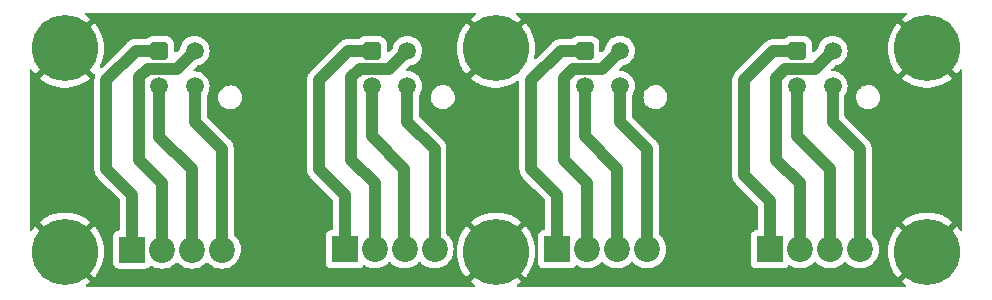
<source format=gbr>
%TF.GenerationSoftware,KiCad,Pcbnew,(6.0.4-0)*%
%TF.CreationDate,2022-07-20T14:53:48+12:00*%
%TF.ProjectId,motor-connector,6d6f746f-722d-4636-9f6e-6e6563746f72,rev?*%
%TF.SameCoordinates,PX6516e80PY5a995c0*%
%TF.FileFunction,Copper,L1,Top*%
%TF.FilePolarity,Positive*%
%FSLAX46Y46*%
G04 Gerber Fmt 4.6, Leading zero omitted, Abs format (unit mm)*
G04 Created by KiCad (PCBNEW (6.0.4-0)) date 2022-07-20 14:53:48*
%MOMM*%
%LPD*%
G01*
G04 APERTURE LIST*
G04 Aperture macros list*
%AMRoundRect*
0 Rectangle with rounded corners*
0 $1 Rounding radius*
0 $2 $3 $4 $5 $6 $7 $8 $9 X,Y pos of 4 corners*
0 Add a 4 corners polygon primitive as box body*
4,1,4,$2,$3,$4,$5,$6,$7,$8,$9,$2,$3,0*
0 Add four circle primitives for the rounded corners*
1,1,$1+$1,$2,$3*
1,1,$1+$1,$4,$5*
1,1,$1+$1,$6,$7*
1,1,$1+$1,$8,$9*
0 Add four rect primitives between the rounded corners*
20,1,$1+$1,$2,$3,$4,$5,0*
20,1,$1+$1,$4,$5,$6,$7,0*
20,1,$1+$1,$6,$7,$8,$9,0*
20,1,$1+$1,$8,$9,$2,$3,0*%
G04 Aperture macros list end*
%TA.AperFunction,ComponentPad*%
%ADD10C,5.600000*%
%TD*%
%TA.AperFunction,ComponentPad*%
%ADD11RoundRect,0.250001X-0.499999X-0.499999X0.499999X-0.499999X0.499999X0.499999X-0.499999X0.499999X0*%
%TD*%
%TA.AperFunction,ComponentPad*%
%ADD12C,1.500000*%
%TD*%
%TA.AperFunction,ComponentPad*%
%ADD13R,2.200000X2.200000*%
%TD*%
%TA.AperFunction,ComponentPad*%
%ADD14C,2.200000*%
%TD*%
%TA.AperFunction,Conductor*%
%ADD15C,1.000000*%
%TD*%
G04 APERTURE END LIST*
D10*
%TO.P,H6,1,1*%
%TO.N,GND*%
X10000000Y9800000D03*
%TD*%
%TO.P,H5,1,1*%
%TO.N,GND*%
X46500000Y9800000D03*
%TD*%
%TO.P,H4,1,1*%
%TO.N,GND*%
X83000000Y9800000D03*
%TD*%
%TO.P,H3,1,1*%
%TO.N,GND*%
X83000000Y27000000D03*
%TD*%
%TO.P,H2,1,1*%
%TO.N,GND*%
X46500000Y27000000D03*
%TD*%
%TO.P,H1,1,1*%
%TO.N,GND*%
X10000000Y27000000D03*
%TD*%
D11*
%TO.P,J7,1,Pin_1*%
%TO.N,Net-(J7-Pad1)*%
X72000000Y26815000D03*
D12*
%TO.P,J7,2,Pin_2*%
%TO.N,Net-(J7-Pad2)*%
X75000000Y26815000D03*
%TO.P,J7,3,Pin_3*%
%TO.N,Net-(J7-Pad3)*%
X72000000Y23815000D03*
%TO.P,J7,4,Pin_4*%
%TO.N,Net-(J7-Pad4)*%
X75000000Y23815000D03*
%TD*%
D11*
%TO.P,J5,1,Pin_1*%
%TO.N,Net-(J5-Pad1)*%
X54000000Y26815000D03*
D12*
%TO.P,J5,2,Pin_2*%
%TO.N,Net-(J5-Pad2)*%
X57000000Y26815000D03*
%TO.P,J5,3,Pin_3*%
%TO.N,Net-(J5-Pad3)*%
X54000000Y23815000D03*
%TO.P,J5,4,Pin_4*%
%TO.N,Net-(J5-Pad4)*%
X57000000Y23815000D03*
%TD*%
D11*
%TO.P,J3,1,Pin_1*%
%TO.N,Net-(J3-Pad1)*%
X36000000Y26815000D03*
D12*
%TO.P,J3,2,Pin_2*%
%TO.N,Net-(J3-Pad2)*%
X39000000Y26815000D03*
%TO.P,J3,3,Pin_3*%
%TO.N,Net-(J3-Pad3)*%
X36000000Y23815000D03*
%TO.P,J3,4,Pin_4*%
%TO.N,Net-(J3-Pad4)*%
X39000000Y23815000D03*
%TD*%
D13*
%TO.P,J8,1,Pin_1*%
%TO.N,Net-(J7-Pad1)*%
X69685000Y10000000D03*
D14*
%TO.P,J8,2,Pin_2*%
%TO.N,Net-(J7-Pad2)*%
X72225000Y10000000D03*
%TO.P,J8,3,Pin_3*%
%TO.N,Net-(J7-Pad3)*%
X74765000Y10000000D03*
%TO.P,J8,4,Pin_4*%
%TO.N,Net-(J7-Pad4)*%
X77305000Y10000000D03*
%TD*%
D13*
%TO.P,J6,1,Pin_1*%
%TO.N,Net-(J5-Pad1)*%
X51685000Y10000000D03*
D14*
%TO.P,J6,2,Pin_2*%
%TO.N,Net-(J5-Pad2)*%
X54225000Y10000000D03*
%TO.P,J6,3,Pin_3*%
%TO.N,Net-(J5-Pad3)*%
X56765000Y10000000D03*
%TO.P,J6,4,Pin_4*%
%TO.N,Net-(J5-Pad4)*%
X59305000Y10000000D03*
%TD*%
D13*
%TO.P,J4,1,Pin_1*%
%TO.N,Net-(J3-Pad1)*%
X33685000Y10000000D03*
D14*
%TO.P,J4,2,Pin_2*%
%TO.N,Net-(J3-Pad2)*%
X36225000Y10000000D03*
%TO.P,J4,3,Pin_3*%
%TO.N,Net-(J3-Pad3)*%
X38765000Y10000000D03*
%TO.P,J4,4,Pin_4*%
%TO.N,Net-(J3-Pad4)*%
X41305000Y10000000D03*
%TD*%
D13*
%TO.P,J2,1,Pin_1*%
%TO.N,Net-(J1-Pad1)*%
X15685000Y9977500D03*
D14*
%TO.P,J2,2,Pin_2*%
%TO.N,Net-(J1-Pad2)*%
X18225000Y9977500D03*
%TO.P,J2,3,Pin_3*%
%TO.N,Net-(J1-Pad3)*%
X20765000Y9977500D03*
%TO.P,J2,4,Pin_4*%
%TO.N,Net-(J1-Pad4)*%
X23305000Y9977500D03*
%TD*%
D11*
%TO.P,J1,1,Pin_1*%
%TO.N,Net-(J1-Pad1)*%
X18000000Y26800000D03*
D12*
%TO.P,J1,2,Pin_2*%
%TO.N,Net-(J1-Pad2)*%
X21000000Y26800000D03*
%TO.P,J1,3,Pin_3*%
%TO.N,Net-(J1-Pad3)*%
X18000000Y23800000D03*
%TO.P,J1,4,Pin_4*%
%TO.N,Net-(J1-Pad4)*%
X21000000Y23800000D03*
%TD*%
D15*
%TO.N,Net-(J1-Pad4)*%
X23307500Y18492500D02*
X23307500Y9997500D01*
X21007500Y20792500D02*
X23307500Y18492500D01*
X21007500Y23807500D02*
X21007500Y20792500D01*
X23307500Y9997500D02*
X23312500Y9992500D01*
%TO.N,Net-(J1-Pad1)*%
X17992500Y26792500D02*
X16007500Y26792500D01*
X13507500Y16792500D02*
X15692500Y14607500D01*
X15692500Y14607500D02*
X15692500Y9992500D01*
X13507500Y24292500D02*
X13507500Y16792500D01*
X16007500Y26792500D02*
X13507500Y24292500D01*
%TO.N,Net-(J1-Pad3)*%
X20757500Y9985000D02*
X20772500Y9970000D01*
X18007500Y23807500D02*
X18007500Y19542500D01*
X18007500Y19542500D02*
X20757500Y16792500D01*
X20757500Y16792500D02*
X20757500Y9985000D01*
%TO.N,Net-(J1-Pad2)*%
X16257021Y24542021D02*
X16257021Y17542979D01*
X19492500Y25292500D02*
X17007500Y25292500D01*
X16257021Y17542979D02*
X18232500Y15567500D01*
X17007500Y25292500D02*
X16257021Y24542021D01*
X21007500Y26807500D02*
X19492500Y25292500D01*
X18232500Y15567500D02*
X18232500Y9992500D01*
%TO.N,Net-(J7-Pad1)*%
X72000000Y26800000D02*
X71985000Y26785000D01*
X67500000Y16300000D02*
X69685000Y14115000D01*
X71985000Y26785000D02*
X69988750Y26785000D01*
X67500000Y24296250D02*
X67500000Y16300000D01*
X69988750Y26785000D02*
X67500000Y24296250D01*
X69685000Y14115000D02*
X69685000Y9985000D01*
%TO.N,Net-(J3-Pad1)*%
X34000000Y26800000D02*
X31500000Y24300000D01*
X35985000Y26800000D02*
X34000000Y26800000D01*
X36000000Y26815000D02*
X35985000Y26800000D01*
X31500000Y24300000D02*
X31500000Y16800000D01*
X31500000Y16800000D02*
X33685000Y14615000D01*
X33685000Y14615000D02*
X33685000Y10000000D01*
%TO.N,Net-(J5-Pad1)*%
X54000000Y26800000D02*
X52000000Y26800000D01*
X51685000Y14615000D02*
X51685000Y9985000D01*
X52000000Y26800000D02*
X49500000Y24300000D01*
X49500000Y24300000D02*
X49500000Y16800000D01*
X49500000Y16800000D02*
X51685000Y14615000D01*
%TO.N,Net-(J3-Pad3)*%
X36000000Y23815000D02*
X36000000Y19550000D01*
X36000000Y19550000D02*
X38750000Y16800000D01*
X38750000Y16800000D02*
X38750000Y9992500D01*
%TO.N,Net-(J7-Pad4)*%
X75000000Y23800000D02*
X75000000Y20800000D01*
X75000000Y20800000D02*
X77305000Y18495000D01*
X77305000Y18495000D02*
X77305000Y9962500D01*
%TO.N,Net-(J7-Pad2)*%
X71000000Y25285000D02*
X70249521Y24534521D01*
X70249521Y17550479D02*
X72225000Y15575000D01*
X73485000Y25285000D02*
X71000000Y25285000D01*
X75000000Y26800000D02*
X73485000Y25285000D01*
X72225000Y15575000D02*
X72225000Y9985000D01*
X70249521Y24534521D02*
X70249521Y17550479D01*
%TO.N,Net-(J7-Pad3)*%
X72000000Y23800000D02*
X72000000Y19550000D01*
X72000000Y19550000D02*
X74765000Y16785000D01*
X74765000Y16785000D02*
X74765000Y9962500D01*
%TO.N,Net-(J5-Pad4)*%
X57000000Y23800000D02*
X57000000Y20800000D01*
X57000000Y20800000D02*
X59300000Y18500000D01*
X59300000Y18500000D02*
X59300000Y10005000D01*
X59300000Y10005000D02*
X59305000Y10000000D01*
%TO.N,Net-(J5-Pad3)*%
X54000000Y23800000D02*
X54000000Y19550000D01*
X54000000Y19550000D02*
X56750000Y16800000D01*
X56750000Y16800000D02*
X56750000Y10015000D01*
X56750000Y10015000D02*
X56765000Y10000000D01*
%TO.N,Net-(J5-Pad2)*%
X57000000Y26800000D02*
X55485000Y25285000D01*
X55485000Y25285000D02*
X53000000Y25285000D01*
X53000000Y25285000D02*
X52249521Y24534521D01*
X52249521Y17550479D02*
X54225000Y15575000D01*
X52249521Y24534521D02*
X52249521Y17550479D01*
X54225000Y15575000D02*
X54225000Y9985000D01*
%TO.N,Net-(J3-Pad4)*%
X39000000Y23815000D02*
X39000000Y20800000D01*
X39000000Y20800000D02*
X41300000Y18500000D01*
X41300000Y18500000D02*
X41300000Y10005000D01*
X41300000Y10005000D02*
X41305000Y10000000D01*
%TO.N,Net-(J3-Pad2)*%
X39000000Y26815000D02*
X37485000Y25300000D01*
X34249521Y24549521D02*
X34249521Y17550479D01*
X37485000Y25300000D02*
X35000000Y25300000D01*
X35000000Y25300000D02*
X34249521Y24549521D01*
X34249521Y17550479D02*
X36225000Y15575000D01*
X36225000Y15575000D02*
X36225000Y10000000D01*
%TD*%
%TA.AperFunction,Conductor*%
%TO.N,GND*%
G36*
X44752643Y30021498D02*
G01*
X44799136Y29967842D01*
X44809240Y29897568D01*
X44779746Y29832988D01*
X44749228Y29807384D01*
X44650401Y29748237D01*
X44644755Y29744429D01*
X44364408Y29532404D01*
X44359211Y29528013D01*
X44357972Y29526845D01*
X44349950Y29513138D01*
X44349986Y29512296D01*
X44355037Y29504174D01*
X46487190Y27372020D01*
X46501131Y27364408D01*
X46502966Y27364539D01*
X46509580Y27368790D01*
X48642798Y29502009D01*
X48650412Y29515953D01*
X48650344Y29516911D01*
X48645836Y29523728D01*
X48644418Y29524935D01*
X48364813Y29737936D01*
X48359182Y29741763D01*
X48250026Y29807611D01*
X48202029Y29859924D01*
X48189934Y29929883D01*
X48217581Y29995275D01*
X48276193Y30035339D01*
X48315110Y30041500D01*
X81184522Y30041500D01*
X81252643Y30021498D01*
X81299136Y29967842D01*
X81309240Y29897568D01*
X81279746Y29832988D01*
X81249228Y29807384D01*
X81150401Y29748237D01*
X81144755Y29744429D01*
X80864408Y29532404D01*
X80859211Y29528013D01*
X80857972Y29526845D01*
X80849950Y29513138D01*
X80849986Y29512296D01*
X80855037Y29504174D01*
X83000000Y27359210D01*
X85499011Y24860200D01*
X85512605Y24852777D01*
X85522217Y24859477D01*
X85622518Y24976088D01*
X85626676Y24981486D01*
X85761660Y25177890D01*
X85816728Y25222701D01*
X85887281Y25230626D01*
X85950919Y25199150D01*
X85987436Y25138265D01*
X85991500Y25106523D01*
X85991500Y11692849D01*
X85971498Y11624728D01*
X85917842Y11578235D01*
X85847568Y11568131D01*
X85782988Y11597625D01*
X85761164Y11622208D01*
X85640697Y11800138D01*
X85636590Y11805547D01*
X85523565Y11938821D01*
X85510740Y11947257D01*
X85500416Y11941205D01*
X83000000Y9440790D01*
X80856772Y7297561D01*
X80849160Y7283620D01*
X80849238Y7282530D01*
X80851699Y7278793D01*
X81125632Y7068596D01*
X81131262Y7064741D01*
X81168398Y7042162D01*
X81216213Y6989681D01*
X81228065Y6919681D01*
X81200189Y6854385D01*
X81141438Y6814526D01*
X81102939Y6808500D01*
X48400142Y6808500D01*
X48332021Y6828502D01*
X48285528Y6882158D01*
X48275424Y6952432D01*
X48304918Y7017012D01*
X48335816Y7042843D01*
X48339999Y7045326D01*
X48345659Y7049116D01*
X48626732Y7260151D01*
X48631958Y7264536D01*
X48641613Y7273572D01*
X48649682Y7287250D01*
X48649654Y7287976D01*
X48644512Y7296277D01*
X46512810Y9427980D01*
X46498869Y9435592D01*
X46497034Y9435461D01*
X46490420Y9431210D01*
X44356774Y7297563D01*
X44349160Y7283619D01*
X44349237Y7282530D01*
X44351698Y7278794D01*
X44625632Y7068596D01*
X44631262Y7064741D01*
X44668398Y7042162D01*
X44716213Y6989681D01*
X44728065Y6919681D01*
X44700189Y6854385D01*
X44641438Y6814526D01*
X44602939Y6808500D01*
X11900142Y6808500D01*
X11832021Y6828502D01*
X11785528Y6882158D01*
X11775424Y6952432D01*
X11804918Y7017012D01*
X11835816Y7042843D01*
X11839999Y7045326D01*
X11845659Y7049116D01*
X12126732Y7260151D01*
X12131958Y7264536D01*
X12141613Y7273572D01*
X12149682Y7287250D01*
X12149654Y7287976D01*
X12144512Y7296277D01*
X9641921Y9798869D01*
X10364408Y9798869D01*
X10364539Y9797034D01*
X10368790Y9790420D01*
X12499009Y7660202D01*
X12512605Y7652777D01*
X12522218Y7659478D01*
X12622518Y7776088D01*
X12626676Y7781486D01*
X12825762Y8071160D01*
X12829310Y8076971D01*
X12995942Y8386441D01*
X12998849Y8392619D01*
X13131090Y8718287D01*
X13133304Y8724717D01*
X13229598Y9062763D01*
X13231105Y9069393D01*
X13290332Y9415882D01*
X13291112Y9422622D01*
X13312668Y9775075D01*
X13312784Y9778677D01*
X13312853Y9798181D01*
X13312761Y9801806D01*
X13293666Y10154385D01*
X13292931Y10161151D01*
X13236130Y10508015D01*
X13234663Y10514687D01*
X13140736Y10853373D01*
X13138562Y10859837D01*
X13008598Y11186422D01*
X13005742Y11192602D01*
X12841269Y11503237D01*
X12837769Y11509063D01*
X12640697Y11800138D01*
X12636590Y11805547D01*
X12523565Y11938821D01*
X12510740Y11947257D01*
X12500416Y11941205D01*
X10372020Y9812810D01*
X10364408Y9798869D01*
X9641921Y9798869D01*
X9640790Y9800000D01*
X7500990Y11939799D01*
X7487456Y11947189D01*
X7477754Y11940402D01*
X7370430Y11814743D01*
X7366296Y11809336D01*
X7238589Y11622124D01*
X7183677Y11577121D01*
X7113152Y11568950D01*
X7049405Y11600204D01*
X7012675Y11660961D01*
X7008500Y11693128D01*
X7008500Y12313138D01*
X7849950Y12313138D01*
X7849986Y12312296D01*
X7855037Y12304174D01*
X9987190Y10172020D01*
X10001131Y10164408D01*
X10002966Y10164539D01*
X10009580Y10168790D01*
X12142798Y12302009D01*
X12150412Y12315953D01*
X12150344Y12316911D01*
X12145836Y12323728D01*
X12144418Y12324935D01*
X11864813Y12537936D01*
X11859187Y12541760D01*
X11558214Y12723319D01*
X11552202Y12726516D01*
X11233370Y12874513D01*
X11227070Y12877033D01*
X10894129Y12989727D01*
X10887551Y12991563D01*
X10544417Y13067633D01*
X10537678Y13068749D01*
X10188310Y13107320D01*
X10181529Y13107699D01*
X9830015Y13108313D01*
X9823242Y13107958D01*
X9473720Y13070605D01*
X9467010Y13069518D01*
X9123586Y12994639D01*
X9117011Y12992828D01*
X8783683Y12881298D01*
X8777361Y12878795D01*
X8458034Y12731921D01*
X8451991Y12728735D01*
X8150401Y12548237D01*
X8144755Y12544429D01*
X7864408Y12332404D01*
X7859211Y12328013D01*
X7857972Y12326845D01*
X7849950Y12313138D01*
X7008500Y12313138D01*
X7008500Y24483619D01*
X7849160Y24483619D01*
X7849237Y24482530D01*
X7851698Y24478794D01*
X8125632Y24268596D01*
X8131262Y24264741D01*
X8431591Y24082138D01*
X8437593Y24078920D01*
X8755897Y23929816D01*
X8762202Y23927268D01*
X9094743Y23813413D01*
X9101313Y23811554D01*
X9444183Y23734286D01*
X9450912Y23733147D01*
X9800143Y23693357D01*
X9806933Y23692954D01*
X10158419Y23691114D01*
X10165220Y23691446D01*
X10514853Y23727577D01*
X10521581Y23728643D01*
X10865274Y23802324D01*
X10871822Y23804103D01*
X11205549Y23914473D01*
X11211891Y23916959D01*
X11531718Y24062712D01*
X11537777Y24065879D01*
X11839995Y24245324D01*
X11845659Y24249116D01*
X12126732Y24460151D01*
X12131958Y24464536D01*
X12141613Y24473572D01*
X12149682Y24487250D01*
X12149654Y24487976D01*
X12144512Y24496277D01*
X10012810Y26627980D01*
X9998869Y26635592D01*
X9997034Y26635461D01*
X9990420Y26631210D01*
X7856774Y24497563D01*
X7849160Y24483619D01*
X7008500Y24483619D01*
X7008500Y25107359D01*
X7028502Y25175480D01*
X7082158Y25221973D01*
X7152432Y25232077D01*
X7217012Y25202583D01*
X7239082Y25177635D01*
X7352330Y25009104D01*
X7356433Y25003660D01*
X7476425Y24861164D01*
X7489164Y24852721D01*
X7499608Y24858819D01*
X9639659Y26998869D01*
X10364408Y26998869D01*
X10364539Y26997034D01*
X10368790Y26990420D01*
X12499011Y24860200D01*
X12519917Y24848784D01*
X12570118Y24798581D01*
X12585208Y24729207D01*
X12576496Y24692494D01*
X12576067Y24691713D01*
X12574455Y24686631D01*
X12571938Y24681937D01*
X12544738Y24592969D01*
X12544418Y24591941D01*
X12516265Y24503194D01*
X12515671Y24497898D01*
X12514113Y24492802D01*
X12504966Y24402751D01*
X12504718Y24400313D01*
X12504589Y24399107D01*
X12502290Y24378605D01*
X12499421Y24353023D01*
X12499000Y24349273D01*
X12499000Y24345746D01*
X12498945Y24344761D01*
X12498498Y24339081D01*
X12494126Y24296038D01*
X12496366Y24272341D01*
X12498441Y24250391D01*
X12499000Y24238533D01*
X12499000Y16854343D01*
X12498263Y16840736D01*
X12494991Y16810612D01*
X12494176Y16803112D01*
X12494840Y16795525D01*
X12498550Y16753112D01*
X12498879Y16748286D01*
X12499000Y16745814D01*
X12499000Y16742731D01*
X12499515Y16737482D01*
X12503190Y16699994D01*
X12503312Y16698681D01*
X12511413Y16606087D01*
X12512900Y16600968D01*
X12513420Y16595667D01*
X12540291Y16506666D01*
X12540626Y16505533D01*
X12564386Y16423755D01*
X12566591Y16416164D01*
X12569044Y16411432D01*
X12570584Y16406331D01*
X12573478Y16400888D01*
X12614231Y16324240D01*
X12614843Y16323074D01*
X12652602Y16250231D01*
X12657608Y16240574D01*
X12660931Y16236411D01*
X12663434Y16231704D01*
X12722255Y16159582D01*
X12722946Y16158726D01*
X12754238Y16119527D01*
X12756742Y16117023D01*
X12757384Y16116305D01*
X12761085Y16111972D01*
X12788435Y16078438D01*
X12793182Y16074511D01*
X12793184Y16074509D01*
X12823762Y16049213D01*
X12832542Y16041223D01*
X13749407Y15124359D01*
X14647095Y14226671D01*
X14681120Y14164359D01*
X14684000Y14137576D01*
X14684000Y11712000D01*
X14663998Y11643879D01*
X14610342Y11597386D01*
X14558000Y11586000D01*
X14536866Y11586000D01*
X14474684Y11579245D01*
X14338295Y11528115D01*
X14221739Y11440761D01*
X14134385Y11324205D01*
X14083255Y11187816D01*
X14076500Y11125634D01*
X14076500Y8829366D01*
X14083255Y8767184D01*
X14134385Y8630795D01*
X14221739Y8514239D01*
X14338295Y8426885D01*
X14474684Y8375755D01*
X14536866Y8369000D01*
X16833134Y8369000D01*
X16895316Y8375755D01*
X17031705Y8426885D01*
X17148261Y8514239D01*
X17200954Y8584546D01*
X17257813Y8627060D01*
X17328631Y8632085D01*
X17367615Y8616413D01*
X17492498Y8539884D01*
X17497068Y8537991D01*
X17497072Y8537989D01*
X17721836Y8444889D01*
X17726409Y8442995D01*
X17793513Y8426885D01*
X17967784Y8385046D01*
X17967790Y8385045D01*
X17972597Y8383891D01*
X18225000Y8364026D01*
X18477403Y8383891D01*
X18482210Y8385045D01*
X18482216Y8385046D01*
X18656487Y8426885D01*
X18723591Y8442995D01*
X18728164Y8444889D01*
X18952928Y8537989D01*
X18952932Y8537991D01*
X18957502Y8539884D01*
X19173376Y8672172D01*
X19365898Y8836602D01*
X19369106Y8840358D01*
X19369113Y8840365D01*
X19399190Y8875580D01*
X19458641Y8914389D01*
X19529635Y8914895D01*
X19590810Y8875580D01*
X19620887Y8840365D01*
X19620894Y8840358D01*
X19624102Y8836602D01*
X19816624Y8672172D01*
X20032498Y8539884D01*
X20037068Y8537991D01*
X20037072Y8537989D01*
X20261836Y8444889D01*
X20266409Y8442995D01*
X20333513Y8426885D01*
X20507784Y8385046D01*
X20507790Y8385045D01*
X20512597Y8383891D01*
X20765000Y8364026D01*
X21017403Y8383891D01*
X21022210Y8385045D01*
X21022216Y8385046D01*
X21196487Y8426885D01*
X21263591Y8442995D01*
X21268164Y8444889D01*
X21492928Y8537989D01*
X21492932Y8537991D01*
X21497502Y8539884D01*
X21713376Y8672172D01*
X21905898Y8836602D01*
X21909106Y8840358D01*
X21909113Y8840365D01*
X21939190Y8875580D01*
X21998641Y8914389D01*
X22069635Y8914895D01*
X22130810Y8875580D01*
X22160887Y8840365D01*
X22160894Y8840358D01*
X22164102Y8836602D01*
X22356624Y8672172D01*
X22572498Y8539884D01*
X22577068Y8537991D01*
X22577072Y8537989D01*
X22801836Y8444889D01*
X22806409Y8442995D01*
X22873513Y8426885D01*
X23047784Y8385046D01*
X23047790Y8385045D01*
X23052597Y8383891D01*
X23305000Y8364026D01*
X23557403Y8383891D01*
X23562210Y8385045D01*
X23562216Y8385046D01*
X23736487Y8426885D01*
X23803591Y8442995D01*
X23808164Y8444889D01*
X24032928Y8537989D01*
X24032932Y8537991D01*
X24037502Y8539884D01*
X24253376Y8672172D01*
X24445898Y8836602D01*
X24610328Y9029124D01*
X24742616Y9244998D01*
X24753831Y9272072D01*
X24837611Y9474336D01*
X24837612Y9474338D01*
X24839505Y9478909D01*
X24898609Y9725097D01*
X24918474Y9977500D01*
X24898609Y10229903D01*
X24893208Y10252403D01*
X24840660Y10471279D01*
X24839505Y10476091D01*
X24837611Y10480664D01*
X24744511Y10705428D01*
X24744509Y10705432D01*
X24742616Y10710002D01*
X24610328Y10925876D01*
X24445898Y11118398D01*
X24411082Y11148134D01*
X24360169Y11191618D01*
X24321360Y11251069D01*
X24316000Y11287429D01*
X24316000Y18430658D01*
X24316737Y18444265D01*
X24320159Y18475763D01*
X24320159Y18475768D01*
X24320824Y18481889D01*
X24316450Y18531891D01*
X24316121Y18536716D01*
X24316000Y18539187D01*
X24316000Y18542269D01*
X24311809Y18585011D01*
X24311687Y18586326D01*
X24306716Y18643149D01*
X24303587Y18678913D01*
X24302100Y18684032D01*
X24301580Y18689333D01*
X24299017Y18697824D01*
X24274737Y18778241D01*
X24274362Y18779506D01*
X24248409Y18868837D01*
X24245955Y18873571D01*
X24244416Y18878669D01*
X24200816Y18960669D01*
X24200202Y18961837D01*
X24160226Y19038959D01*
X24160225Y19038960D01*
X24157392Y19044426D01*
X24154069Y19048589D01*
X24151566Y19053296D01*
X24092745Y19125418D01*
X24092054Y19126274D01*
X24060762Y19165473D01*
X24058258Y19167977D01*
X24057616Y19168695D01*
X24053915Y19173028D01*
X24026565Y19206562D01*
X23991237Y19235788D01*
X23982458Y19243777D01*
X22052905Y21173329D01*
X22018880Y21235641D01*
X22016000Y21262424D01*
X22016000Y22867075D01*
X22986645Y22867075D01*
X22987204Y22860935D01*
X23003911Y22677358D01*
X23004570Y22670112D01*
X23060410Y22480381D01*
X23063263Y22474923D01*
X23063265Y22474919D01*
X23110720Y22384147D01*
X23152040Y22305110D01*
X23275968Y22150975D01*
X23280692Y22147011D01*
X23287933Y22140935D01*
X23427474Y22023846D01*
X23432872Y22020879D01*
X23432877Y22020875D01*
X23568107Y21946533D01*
X23600787Y21928567D01*
X23606654Y21926706D01*
X23606656Y21926705D01*
X23752883Y21880319D01*
X23789306Y21868765D01*
X23943227Y21851500D01*
X24049769Y21851500D01*
X24052825Y21851800D01*
X24052832Y21851800D01*
X24111340Y21857537D01*
X24196833Y21865920D01*
X24202734Y21867702D01*
X24202736Y21867702D01*
X24320999Y21903408D01*
X24386169Y21923084D01*
X24560796Y22015934D01*
X24647062Y22086291D01*
X24709287Y22137040D01*
X24709290Y22137043D01*
X24714062Y22140935D01*
X24738753Y22170781D01*
X24836201Y22288575D01*
X24836203Y22288579D01*
X24840130Y22293325D01*
X24934198Y22467299D01*
X24992682Y22656232D01*
X24994786Y22676251D01*
X25012711Y22846796D01*
X25012711Y22846798D01*
X25013355Y22852925D01*
X24995430Y23049888D01*
X24991016Y23064888D01*
X24956151Y23183347D01*
X24939590Y23239619D01*
X24934840Y23248706D01*
X24869737Y23373235D01*
X24847960Y23414890D01*
X24724032Y23569025D01*
X24717727Y23574316D01*
X24578532Y23691114D01*
X24572526Y23696154D01*
X24567128Y23699121D01*
X24567123Y23699125D01*
X24404608Y23788467D01*
X24404609Y23788467D01*
X24399213Y23791433D01*
X24393346Y23793294D01*
X24393344Y23793295D01*
X24216564Y23849373D01*
X24216563Y23849373D01*
X24210694Y23851235D01*
X24056773Y23868500D01*
X23950231Y23868500D01*
X23947175Y23868200D01*
X23947168Y23868200D01*
X23891089Y23862701D01*
X23803167Y23854080D01*
X23797266Y23852298D01*
X23797264Y23852298D01*
X23754001Y23839236D01*
X23613831Y23796916D01*
X23439204Y23704066D01*
X23352938Y23633709D01*
X23290713Y23582960D01*
X23290710Y23582957D01*
X23285938Y23579065D01*
X23282011Y23574318D01*
X23282009Y23574316D01*
X23163799Y23431425D01*
X23163797Y23431421D01*
X23159870Y23426675D01*
X23065802Y23252701D01*
X23007318Y23063768D01*
X23006674Y23057643D01*
X23006674Y23057642D01*
X22987380Y22874065D01*
X22986645Y22867075D01*
X22016000Y22867075D01*
X22016000Y23017144D01*
X22038787Y23089415D01*
X22090899Y23163839D01*
X22094056Y23168347D01*
X22096379Y23173329D01*
X22096382Y23173334D01*
X22184795Y23362939D01*
X22187120Y23367924D01*
X22244115Y23580629D01*
X22263307Y23800000D01*
X22244115Y24019371D01*
X22187120Y24232076D01*
X22153797Y24303538D01*
X30486626Y24303538D01*
X30489575Y24272341D01*
X30490941Y24257891D01*
X30491500Y24246033D01*
X30491500Y16861843D01*
X30490763Y16848236D01*
X30488238Y16824988D01*
X30486676Y16810612D01*
X30487996Y16795525D01*
X30491050Y16760612D01*
X30491379Y16755786D01*
X30491500Y16753314D01*
X30491500Y16750231D01*
X30491801Y16747163D01*
X30495690Y16707494D01*
X30495812Y16706181D01*
X30498030Y16680829D01*
X30503913Y16613587D01*
X30505400Y16608468D01*
X30505920Y16603167D01*
X30532791Y16514166D01*
X30533126Y16513033D01*
X30559091Y16423664D01*
X30561544Y16418932D01*
X30563084Y16413831D01*
X30565978Y16408388D01*
X30606731Y16331740D01*
X30607343Y16330574D01*
X30631336Y16284288D01*
X30650108Y16248074D01*
X30653431Y16243911D01*
X30655934Y16239204D01*
X30714755Y16167082D01*
X30715446Y16166226D01*
X30746738Y16127027D01*
X30749242Y16124523D01*
X30749884Y16123805D01*
X30753585Y16119472D01*
X30780935Y16085938D01*
X30785682Y16082011D01*
X30785684Y16082009D01*
X30816262Y16056713D01*
X30825042Y16048723D01*
X31741907Y15131859D01*
X32639595Y14234171D01*
X32673620Y14171859D01*
X32676500Y14145076D01*
X32676500Y11734500D01*
X32656498Y11666379D01*
X32602842Y11619886D01*
X32550500Y11608500D01*
X32536866Y11608500D01*
X32474684Y11601745D01*
X32338295Y11550615D01*
X32221739Y11463261D01*
X32134385Y11346705D01*
X32083255Y11210316D01*
X32076500Y11148134D01*
X32076500Y8851866D01*
X32083255Y8789684D01*
X32134385Y8653295D01*
X32221739Y8536739D01*
X32338295Y8449385D01*
X32474684Y8398255D01*
X32536866Y8391500D01*
X34833134Y8391500D01*
X34895316Y8398255D01*
X35031705Y8449385D01*
X35148261Y8536739D01*
X35200954Y8607046D01*
X35257813Y8649560D01*
X35328631Y8654585D01*
X35367614Y8638913D01*
X35392588Y8623609D01*
X35492498Y8562384D01*
X35497068Y8560491D01*
X35497072Y8560489D01*
X35608730Y8514239D01*
X35726409Y8465495D01*
X35793513Y8449385D01*
X35967784Y8407546D01*
X35967790Y8407545D01*
X35972597Y8406391D01*
X36225000Y8386526D01*
X36477403Y8406391D01*
X36482210Y8407545D01*
X36482216Y8407546D01*
X36656487Y8449385D01*
X36723591Y8465495D01*
X36841270Y8514239D01*
X36952928Y8560489D01*
X36952932Y8560491D01*
X36957502Y8562384D01*
X37173376Y8694672D01*
X37365898Y8859102D01*
X37369106Y8862858D01*
X37369113Y8862865D01*
X37399190Y8898080D01*
X37458641Y8936889D01*
X37529635Y8937395D01*
X37590810Y8898080D01*
X37620887Y8862865D01*
X37620894Y8862858D01*
X37624102Y8859102D01*
X37816624Y8694672D01*
X38032498Y8562384D01*
X38037068Y8560491D01*
X38037072Y8560489D01*
X38148730Y8514239D01*
X38266409Y8465495D01*
X38333513Y8449385D01*
X38507784Y8407546D01*
X38507790Y8407545D01*
X38512597Y8406391D01*
X38765000Y8386526D01*
X39017403Y8406391D01*
X39022210Y8407545D01*
X39022216Y8407546D01*
X39196487Y8449385D01*
X39263591Y8465495D01*
X39381270Y8514239D01*
X39492928Y8560489D01*
X39492932Y8560491D01*
X39497502Y8562384D01*
X39713376Y8694672D01*
X39905898Y8859102D01*
X39909106Y8862858D01*
X39909113Y8862865D01*
X39939190Y8898080D01*
X39998641Y8936889D01*
X40069635Y8937395D01*
X40130810Y8898080D01*
X40160887Y8862865D01*
X40160894Y8862858D01*
X40164102Y8859102D01*
X40356624Y8694672D01*
X40572498Y8562384D01*
X40577068Y8560491D01*
X40577072Y8560489D01*
X40688730Y8514239D01*
X40806409Y8465495D01*
X40873513Y8449385D01*
X41047784Y8407546D01*
X41047790Y8407545D01*
X41052597Y8406391D01*
X41305000Y8386526D01*
X41557403Y8406391D01*
X41562210Y8407545D01*
X41562216Y8407546D01*
X41736487Y8449385D01*
X41803591Y8465495D01*
X41921270Y8514239D01*
X42032928Y8560489D01*
X42032932Y8560491D01*
X42037502Y8562384D01*
X42253376Y8694672D01*
X42445898Y8859102D01*
X42610328Y9051624D01*
X42742616Y9267498D01*
X42806871Y9422622D01*
X42837611Y9496836D01*
X42837612Y9496838D01*
X42839505Y9501409D01*
X42892052Y9720284D01*
X42897454Y9742784D01*
X42897455Y9742790D01*
X42898609Y9747597D01*
X42903376Y9808168D01*
X43187333Y9808168D01*
X43205117Y9457107D01*
X43205827Y9450351D01*
X43261420Y9103277D01*
X43262859Y9096622D01*
X43355608Y8757590D01*
X43357757Y8751129D01*
X43486581Y8424088D01*
X43489412Y8417905D01*
X43652803Y8106690D01*
X43656286Y8100848D01*
X43852330Y7809104D01*
X43856433Y7803660D01*
X43976425Y7661164D01*
X43989164Y7652721D01*
X43999608Y7658819D01*
X46127980Y9787190D01*
X46134357Y9798869D01*
X46864408Y9798869D01*
X46864539Y9797034D01*
X46868790Y9790420D01*
X48999009Y7660202D01*
X49012605Y7652777D01*
X49022218Y7659478D01*
X49122518Y7776088D01*
X49126676Y7781486D01*
X49325762Y8071160D01*
X49329310Y8076971D01*
X49495942Y8386441D01*
X49498849Y8392619D01*
X49631090Y8718287D01*
X49633304Y8724717D01*
X49729598Y9062763D01*
X49731105Y9069393D01*
X49790332Y9415882D01*
X49791112Y9422622D01*
X49812668Y9775075D01*
X49812784Y9778677D01*
X49812853Y9798181D01*
X49812761Y9801806D01*
X49793666Y10154385D01*
X49792931Y10161151D01*
X49736130Y10508015D01*
X49734663Y10514687D01*
X49640736Y10853373D01*
X49638562Y10859837D01*
X49508598Y11186422D01*
X49505742Y11192602D01*
X49341269Y11503237D01*
X49337769Y11509063D01*
X49140697Y11800138D01*
X49136590Y11805547D01*
X49023565Y11938821D01*
X49010740Y11947257D01*
X49000416Y11941205D01*
X46872020Y9812810D01*
X46864408Y9798869D01*
X46134357Y9798869D01*
X46135592Y9801131D01*
X46135461Y9802966D01*
X46131210Y9809580D01*
X44000992Y11939797D01*
X43987455Y11947189D01*
X43977753Y11940401D01*
X43870430Y11814743D01*
X43866296Y11809336D01*
X43668215Y11518959D01*
X43664697Y11513149D01*
X43499134Y11203078D01*
X43496259Y11196913D01*
X43365155Y10870782D01*
X43362962Y10864342D01*
X43267846Y10525956D01*
X43266363Y10519321D01*
X43208350Y10172646D01*
X43207591Y10165874D01*
X43187357Y9814963D01*
X43187333Y9808168D01*
X42903376Y9808168D01*
X42918474Y10000000D01*
X42898609Y10252403D01*
X42839505Y10498591D01*
X42837611Y10503164D01*
X42744511Y10727928D01*
X42744509Y10727932D01*
X42742616Y10732502D01*
X42610328Y10948376D01*
X42498405Y11079420D01*
X42449113Y11137134D01*
X42449111Y11137136D01*
X42445898Y11140898D01*
X42442136Y11144111D01*
X42442131Y11144116D01*
X42362668Y11211983D01*
X42352670Y11220523D01*
X42313860Y11279972D01*
X42308500Y11316333D01*
X42308500Y12313138D01*
X44349950Y12313138D01*
X44349986Y12312296D01*
X44355037Y12304174D01*
X46487190Y10172020D01*
X46501131Y10164408D01*
X46502966Y10164539D01*
X46509580Y10168790D01*
X48642798Y12302009D01*
X48650412Y12315953D01*
X48650344Y12316911D01*
X48645836Y12323728D01*
X48644418Y12324935D01*
X48364813Y12537936D01*
X48359187Y12541760D01*
X48058214Y12723319D01*
X48052202Y12726516D01*
X47733370Y12874513D01*
X47727070Y12877033D01*
X47394129Y12989727D01*
X47387551Y12991563D01*
X47044417Y13067633D01*
X47037678Y13068749D01*
X46688310Y13107320D01*
X46681529Y13107699D01*
X46330015Y13108313D01*
X46323242Y13107958D01*
X45973720Y13070605D01*
X45967010Y13069518D01*
X45623586Y12994639D01*
X45617011Y12992828D01*
X45283683Y12881298D01*
X45277361Y12878795D01*
X44958034Y12731921D01*
X44951991Y12728735D01*
X44650401Y12548237D01*
X44644755Y12544429D01*
X44364408Y12332404D01*
X44359211Y12328013D01*
X44357972Y12326845D01*
X44349950Y12313138D01*
X42308500Y12313138D01*
X42308500Y18438158D01*
X42309237Y18451765D01*
X42312659Y18483263D01*
X42312659Y18483268D01*
X42313324Y18489389D01*
X42309184Y18536716D01*
X42308950Y18539391D01*
X42308621Y18544216D01*
X42308500Y18546687D01*
X42308500Y18549769D01*
X42305044Y18585011D01*
X42304309Y18592511D01*
X42304187Y18593826D01*
X42299872Y18643149D01*
X42296087Y18686413D01*
X42294600Y18691532D01*
X42294080Y18696833D01*
X42267218Y18785806D01*
X42266862Y18787006D01*
X42252646Y18835938D01*
X42240909Y18876337D01*
X42238455Y18881071D01*
X42236916Y18886169D01*
X42196683Y18961837D01*
X42193316Y18968169D01*
X42192702Y18969337D01*
X42152726Y19046459D01*
X42152725Y19046460D01*
X42149892Y19051926D01*
X42146569Y19056089D01*
X42144066Y19060796D01*
X42085245Y19132918D01*
X42084554Y19133774D01*
X42053262Y19172973D01*
X42050758Y19175477D01*
X42050116Y19176195D01*
X42046415Y19180528D01*
X42019065Y19214062D01*
X41983737Y19243288D01*
X41974958Y19251277D01*
X41059089Y20167146D01*
X40045405Y21180829D01*
X40011380Y21243141D01*
X40008500Y21269924D01*
X40008500Y22882075D01*
X40986645Y22882075D01*
X41004570Y22685112D01*
X41006308Y22679206D01*
X41006309Y22679202D01*
X41037249Y22574076D01*
X41060410Y22495381D01*
X41063263Y22489923D01*
X41063265Y22489919D01*
X41071107Y22474919D01*
X41152040Y22320110D01*
X41275968Y22165975D01*
X41280692Y22162011D01*
X41287933Y22155935D01*
X41427474Y22038846D01*
X41432872Y22035879D01*
X41432877Y22035875D01*
X41576180Y21957095D01*
X41600787Y21943567D01*
X41606654Y21941706D01*
X41606656Y21941705D01*
X41783436Y21885627D01*
X41789306Y21883765D01*
X41943227Y21866500D01*
X42049769Y21866500D01*
X42052825Y21866800D01*
X42052832Y21866800D01*
X42111340Y21872537D01*
X42196833Y21880920D01*
X42202734Y21882702D01*
X42202736Y21882702D01*
X42286606Y21908024D01*
X42386169Y21938084D01*
X42560796Y22030934D01*
X42647062Y22101291D01*
X42709287Y22152040D01*
X42709290Y22152043D01*
X42714062Y22155935D01*
X42726344Y22170781D01*
X42836201Y22303575D01*
X42836203Y22303579D01*
X42840130Y22308325D01*
X42934198Y22482299D01*
X42992682Y22671232D01*
X43011134Y22846796D01*
X43012711Y22861796D01*
X43012711Y22861798D01*
X43013355Y22867925D01*
X42996795Y23049888D01*
X42995989Y23058749D01*
X42995988Y23058752D01*
X42995430Y23064888D01*
X42988212Y23089415D01*
X42945745Y23233706D01*
X42939590Y23254619D01*
X42929919Y23273119D01*
X42853290Y23419694D01*
X42847960Y23429890D01*
X42724032Y23584025D01*
X42717727Y23589316D01*
X42701334Y23603071D01*
X42572526Y23711154D01*
X42567128Y23714121D01*
X42567123Y23714125D01*
X42404608Y23803467D01*
X42404609Y23803467D01*
X42399213Y23806433D01*
X42393346Y23808294D01*
X42393344Y23808295D01*
X42216564Y23864373D01*
X42216563Y23864373D01*
X42210694Y23866235D01*
X42056773Y23883500D01*
X41950231Y23883500D01*
X41947175Y23883200D01*
X41947168Y23883200D01*
X41888660Y23877463D01*
X41803167Y23869080D01*
X41797266Y23867298D01*
X41797264Y23867298D01*
X41737894Y23849373D01*
X41613831Y23811916D01*
X41439204Y23719066D01*
X41405339Y23691446D01*
X41290713Y23597960D01*
X41290710Y23597957D01*
X41285938Y23594065D01*
X41282011Y23589318D01*
X41282009Y23589316D01*
X41163799Y23446425D01*
X41163797Y23446421D01*
X41159870Y23441675D01*
X41065802Y23267701D01*
X41007318Y23078768D01*
X41006674Y23072643D01*
X41006674Y23072642D01*
X40998590Y22995721D01*
X40986645Y22882075D01*
X40008500Y22882075D01*
X40008500Y23021433D01*
X40031287Y23093703D01*
X40080396Y23163839D01*
X40094056Y23183347D01*
X40187120Y23382924D01*
X40244115Y23595629D01*
X40263307Y23815000D01*
X40244115Y24034371D01*
X40187120Y24247076D01*
X40139465Y24349273D01*
X40096382Y24441666D01*
X40096379Y24441671D01*
X40094056Y24446653D01*
X40075207Y24473572D01*
X40068171Y24483620D01*
X44349160Y24483620D01*
X44349238Y24482530D01*
X44351699Y24478793D01*
X44625632Y24268596D01*
X44631262Y24264741D01*
X44931591Y24082138D01*
X44937593Y24078920D01*
X45255897Y23929816D01*
X45262202Y23927268D01*
X45594743Y23813413D01*
X45601313Y23811554D01*
X45944183Y23734286D01*
X45950912Y23733147D01*
X46300143Y23693357D01*
X46306933Y23692954D01*
X46658419Y23691114D01*
X46665220Y23691446D01*
X47014853Y23727577D01*
X47021581Y23728643D01*
X47365274Y23802324D01*
X47371822Y23804103D01*
X47705549Y23914473D01*
X47711891Y23916959D01*
X48031718Y24062712D01*
X48037777Y24065879D01*
X48301171Y24222272D01*
X48369957Y24239852D01*
X48437328Y24217453D01*
X48481893Y24162186D01*
X48491500Y24113931D01*
X48491500Y16861843D01*
X48490763Y16848236D01*
X48488238Y16824988D01*
X48486676Y16810612D01*
X48487996Y16795525D01*
X48491050Y16760612D01*
X48491379Y16755786D01*
X48491500Y16753314D01*
X48491500Y16750231D01*
X48491801Y16747163D01*
X48495690Y16707494D01*
X48495812Y16706181D01*
X48498030Y16680829D01*
X48503913Y16613587D01*
X48505400Y16608468D01*
X48505920Y16603167D01*
X48532791Y16514166D01*
X48533126Y16513033D01*
X48559091Y16423664D01*
X48561544Y16418932D01*
X48563084Y16413831D01*
X48565978Y16408388D01*
X48606731Y16331740D01*
X48607343Y16330574D01*
X48631336Y16284288D01*
X48650108Y16248074D01*
X48653431Y16243911D01*
X48655934Y16239204D01*
X48714755Y16167082D01*
X48715446Y16166226D01*
X48746738Y16127027D01*
X48749242Y16124523D01*
X48749884Y16123805D01*
X48753585Y16119472D01*
X48780935Y16085938D01*
X48785682Y16082011D01*
X48785684Y16082009D01*
X48816262Y16056713D01*
X48825042Y16048723D01*
X49741907Y15131859D01*
X50639595Y14234171D01*
X50673620Y14171859D01*
X50676500Y14145076D01*
X50676500Y11734500D01*
X50656498Y11666379D01*
X50602842Y11619886D01*
X50550500Y11608500D01*
X50536866Y11608500D01*
X50474684Y11601745D01*
X50338295Y11550615D01*
X50221739Y11463261D01*
X50134385Y11346705D01*
X50083255Y11210316D01*
X50076500Y11148134D01*
X50076500Y8851866D01*
X50083255Y8789684D01*
X50134385Y8653295D01*
X50221739Y8536739D01*
X50338295Y8449385D01*
X50474684Y8398255D01*
X50536866Y8391500D01*
X52833134Y8391500D01*
X52895316Y8398255D01*
X53031705Y8449385D01*
X53148261Y8536739D01*
X53200954Y8607046D01*
X53257813Y8649560D01*
X53328631Y8654585D01*
X53367614Y8638913D01*
X53392588Y8623609D01*
X53492498Y8562384D01*
X53497068Y8560491D01*
X53497072Y8560489D01*
X53608730Y8514239D01*
X53726409Y8465495D01*
X53793513Y8449385D01*
X53967784Y8407546D01*
X53967790Y8407545D01*
X53972597Y8406391D01*
X54225000Y8386526D01*
X54477403Y8406391D01*
X54482210Y8407545D01*
X54482216Y8407546D01*
X54656487Y8449385D01*
X54723591Y8465495D01*
X54841270Y8514239D01*
X54952928Y8560489D01*
X54952932Y8560491D01*
X54957502Y8562384D01*
X55173376Y8694672D01*
X55365898Y8859102D01*
X55369106Y8862858D01*
X55369113Y8862865D01*
X55399190Y8898080D01*
X55458641Y8936889D01*
X55529635Y8937395D01*
X55590810Y8898080D01*
X55620887Y8862865D01*
X55620894Y8862858D01*
X55624102Y8859102D01*
X55816624Y8694672D01*
X56032498Y8562384D01*
X56037068Y8560491D01*
X56037072Y8560489D01*
X56148730Y8514239D01*
X56266409Y8465495D01*
X56333513Y8449385D01*
X56507784Y8407546D01*
X56507790Y8407545D01*
X56512597Y8406391D01*
X56765000Y8386526D01*
X57017403Y8406391D01*
X57022210Y8407545D01*
X57022216Y8407546D01*
X57196487Y8449385D01*
X57263591Y8465495D01*
X57381270Y8514239D01*
X57492928Y8560489D01*
X57492932Y8560491D01*
X57497502Y8562384D01*
X57713376Y8694672D01*
X57905898Y8859102D01*
X57909106Y8862858D01*
X57909113Y8862865D01*
X57939190Y8898080D01*
X57998641Y8936889D01*
X58069635Y8937395D01*
X58130810Y8898080D01*
X58160887Y8862865D01*
X58160894Y8862858D01*
X58164102Y8859102D01*
X58356624Y8694672D01*
X58572498Y8562384D01*
X58577068Y8560491D01*
X58577072Y8560489D01*
X58688730Y8514239D01*
X58806409Y8465495D01*
X58873513Y8449385D01*
X59047784Y8407546D01*
X59047790Y8407545D01*
X59052597Y8406391D01*
X59305000Y8386526D01*
X59557403Y8406391D01*
X59562210Y8407545D01*
X59562216Y8407546D01*
X59736487Y8449385D01*
X59803591Y8465495D01*
X59921270Y8514239D01*
X60032928Y8560489D01*
X60032932Y8560491D01*
X60037502Y8562384D01*
X60253376Y8694672D01*
X60445898Y8859102D01*
X60610328Y9051624D01*
X60742616Y9267498D01*
X60806871Y9422622D01*
X60837611Y9496836D01*
X60837612Y9496838D01*
X60839505Y9501409D01*
X60892052Y9720284D01*
X60897454Y9742784D01*
X60897455Y9742790D01*
X60898609Y9747597D01*
X60918474Y10000000D01*
X60898609Y10252403D01*
X60839505Y10498591D01*
X60837611Y10503164D01*
X60744511Y10727928D01*
X60744509Y10727932D01*
X60742616Y10732502D01*
X60610328Y10948376D01*
X60498405Y11079420D01*
X60449113Y11137134D01*
X60449111Y11137136D01*
X60445898Y11140898D01*
X60442136Y11144111D01*
X60442131Y11144116D01*
X60362668Y11211983D01*
X60352670Y11220523D01*
X60313860Y11279972D01*
X60308500Y11316333D01*
X60308500Y18438158D01*
X60309237Y18451765D01*
X60312659Y18483263D01*
X60312659Y18483268D01*
X60313324Y18489389D01*
X60309184Y18536716D01*
X60308950Y18539391D01*
X60308621Y18544216D01*
X60308500Y18546687D01*
X60308500Y18549769D01*
X60305044Y18585011D01*
X60304309Y18592511D01*
X60304187Y18593826D01*
X60299872Y18643149D01*
X60296087Y18686413D01*
X60294600Y18691532D01*
X60294080Y18696833D01*
X60267218Y18785806D01*
X60266862Y18787006D01*
X60252646Y18835938D01*
X60240909Y18876337D01*
X60238455Y18881071D01*
X60236916Y18886169D01*
X60196683Y18961837D01*
X60193316Y18968169D01*
X60192702Y18969337D01*
X60152726Y19046459D01*
X60152725Y19046460D01*
X60149892Y19051926D01*
X60146569Y19056089D01*
X60144066Y19060796D01*
X60085245Y19132918D01*
X60084554Y19133774D01*
X60053262Y19172973D01*
X60050758Y19175477D01*
X60050116Y19176195D01*
X60046415Y19180528D01*
X60019065Y19214062D01*
X59983737Y19243288D01*
X59974958Y19251277D01*
X59059089Y20167146D01*
X58045405Y21180829D01*
X58011380Y21243141D01*
X58008500Y21269924D01*
X58008500Y22882075D01*
X58986645Y22882075D01*
X59004570Y22685112D01*
X59006308Y22679206D01*
X59006309Y22679202D01*
X59037249Y22574076D01*
X59060410Y22495381D01*
X59063263Y22489923D01*
X59063265Y22489919D01*
X59071107Y22474919D01*
X59152040Y22320110D01*
X59275968Y22165975D01*
X59280692Y22162011D01*
X59287933Y22155935D01*
X59427474Y22038846D01*
X59432872Y22035879D01*
X59432877Y22035875D01*
X59576180Y21957095D01*
X59600787Y21943567D01*
X59606654Y21941706D01*
X59606656Y21941705D01*
X59783436Y21885627D01*
X59789306Y21883765D01*
X59943227Y21866500D01*
X60049769Y21866500D01*
X60052825Y21866800D01*
X60052832Y21866800D01*
X60111340Y21872537D01*
X60196833Y21880920D01*
X60202734Y21882702D01*
X60202736Y21882702D01*
X60286606Y21908024D01*
X60386169Y21938084D01*
X60560796Y22030934D01*
X60647062Y22101291D01*
X60709287Y22152040D01*
X60709290Y22152043D01*
X60714062Y22155935D01*
X60726344Y22170781D01*
X60836201Y22303575D01*
X60836203Y22303579D01*
X60840130Y22308325D01*
X60934198Y22482299D01*
X60992682Y22671232D01*
X61011134Y22846796D01*
X61012711Y22861796D01*
X61012711Y22861798D01*
X61013355Y22867925D01*
X60996795Y23049888D01*
X60995989Y23058749D01*
X60995988Y23058752D01*
X60995430Y23064888D01*
X60988212Y23089415D01*
X60945745Y23233706D01*
X60939590Y23254619D01*
X60929919Y23273119D01*
X60853290Y23419694D01*
X60847960Y23429890D01*
X60724032Y23584025D01*
X60717727Y23589316D01*
X60701334Y23603071D01*
X60572526Y23711154D01*
X60567128Y23714121D01*
X60567123Y23714125D01*
X60404608Y23803467D01*
X60404609Y23803467D01*
X60399213Y23806433D01*
X60393346Y23808294D01*
X60393344Y23808295D01*
X60216564Y23864373D01*
X60216563Y23864373D01*
X60210694Y23866235D01*
X60056773Y23883500D01*
X59950231Y23883500D01*
X59947175Y23883200D01*
X59947168Y23883200D01*
X59888660Y23877463D01*
X59803167Y23869080D01*
X59797266Y23867298D01*
X59797264Y23867298D01*
X59737894Y23849373D01*
X59613831Y23811916D01*
X59439204Y23719066D01*
X59405339Y23691446D01*
X59290713Y23597960D01*
X59290710Y23597957D01*
X59285938Y23594065D01*
X59282011Y23589318D01*
X59282009Y23589316D01*
X59163799Y23446425D01*
X59163797Y23446421D01*
X59159870Y23441675D01*
X59065802Y23267701D01*
X59007318Y23078768D01*
X59006674Y23072643D01*
X59006674Y23072642D01*
X58998590Y22995721D01*
X58986645Y22882075D01*
X58008500Y22882075D01*
X58008500Y23021433D01*
X58031287Y23093703D01*
X58080396Y23163839D01*
X58094056Y23183347D01*
X58187120Y23382924D01*
X58244115Y23595629D01*
X58263307Y23815000D01*
X58244115Y24034371D01*
X58187120Y24247076D01*
X58162540Y24299788D01*
X66486626Y24299788D01*
X66489575Y24268596D01*
X66490941Y24254141D01*
X66491500Y24242283D01*
X66491500Y16361843D01*
X66490763Y16348236D01*
X66487510Y16318287D01*
X66486676Y16310612D01*
X66487213Y16304477D01*
X66491050Y16260612D01*
X66491379Y16255786D01*
X66491500Y16253314D01*
X66491500Y16250231D01*
X66492447Y16240574D01*
X66495690Y16207494D01*
X66495812Y16206181D01*
X66496322Y16200354D01*
X66503913Y16113587D01*
X66505400Y16108468D01*
X66505920Y16103167D01*
X66532791Y16014166D01*
X66533126Y16013033D01*
X66554948Y15937925D01*
X66559091Y15923664D01*
X66561544Y15918932D01*
X66563084Y15913831D01*
X66565978Y15908388D01*
X66606731Y15831740D01*
X66607343Y15830574D01*
X66640223Y15767143D01*
X66650108Y15748074D01*
X66653431Y15743911D01*
X66655934Y15739204D01*
X66714755Y15667082D01*
X66715446Y15666226D01*
X66746738Y15627027D01*
X66749242Y15624523D01*
X66749884Y15623805D01*
X66753585Y15619472D01*
X66780935Y15585938D01*
X66785682Y15582011D01*
X66785684Y15582009D01*
X66816262Y15556713D01*
X66825042Y15548723D01*
X68639595Y13734171D01*
X68673620Y13671859D01*
X68676500Y13645076D01*
X68676500Y11734500D01*
X68656498Y11666379D01*
X68602842Y11619886D01*
X68550500Y11608500D01*
X68536866Y11608500D01*
X68474684Y11601745D01*
X68338295Y11550615D01*
X68221739Y11463261D01*
X68134385Y11346705D01*
X68083255Y11210316D01*
X68076500Y11148134D01*
X68076500Y8851866D01*
X68083255Y8789684D01*
X68134385Y8653295D01*
X68221739Y8536739D01*
X68338295Y8449385D01*
X68474684Y8398255D01*
X68536866Y8391500D01*
X70833134Y8391500D01*
X70895316Y8398255D01*
X71031705Y8449385D01*
X71148261Y8536739D01*
X71200954Y8607046D01*
X71257813Y8649560D01*
X71328631Y8654585D01*
X71367614Y8638913D01*
X71392588Y8623609D01*
X71492498Y8562384D01*
X71497068Y8560491D01*
X71497072Y8560489D01*
X71608730Y8514239D01*
X71726409Y8465495D01*
X71793513Y8449385D01*
X71967784Y8407546D01*
X71967790Y8407545D01*
X71972597Y8406391D01*
X72225000Y8386526D01*
X72477403Y8406391D01*
X72482210Y8407545D01*
X72482216Y8407546D01*
X72656487Y8449385D01*
X72723591Y8465495D01*
X72841270Y8514239D01*
X72952928Y8560489D01*
X72952932Y8560491D01*
X72957502Y8562384D01*
X73173376Y8694672D01*
X73365898Y8859102D01*
X73369106Y8862858D01*
X73369113Y8862865D01*
X73399190Y8898080D01*
X73458641Y8936889D01*
X73529635Y8937395D01*
X73590810Y8898080D01*
X73620887Y8862865D01*
X73620894Y8862858D01*
X73624102Y8859102D01*
X73816624Y8694672D01*
X74032498Y8562384D01*
X74037068Y8560491D01*
X74037072Y8560489D01*
X74148730Y8514239D01*
X74266409Y8465495D01*
X74333513Y8449385D01*
X74507784Y8407546D01*
X74507790Y8407545D01*
X74512597Y8406391D01*
X74765000Y8386526D01*
X75017403Y8406391D01*
X75022210Y8407545D01*
X75022216Y8407546D01*
X75196487Y8449385D01*
X75263591Y8465495D01*
X75381270Y8514239D01*
X75492928Y8560489D01*
X75492932Y8560491D01*
X75497502Y8562384D01*
X75713376Y8694672D01*
X75905898Y8859102D01*
X75909106Y8862858D01*
X75909113Y8862865D01*
X75939190Y8898080D01*
X75998641Y8936889D01*
X76069635Y8937395D01*
X76130810Y8898080D01*
X76160887Y8862865D01*
X76160894Y8862858D01*
X76164102Y8859102D01*
X76356624Y8694672D01*
X76572498Y8562384D01*
X76577068Y8560491D01*
X76577072Y8560489D01*
X76688730Y8514239D01*
X76806409Y8465495D01*
X76873513Y8449385D01*
X77047784Y8407546D01*
X77047790Y8407545D01*
X77052597Y8406391D01*
X77305000Y8386526D01*
X77557403Y8406391D01*
X77562210Y8407545D01*
X77562216Y8407546D01*
X77736487Y8449385D01*
X77803591Y8465495D01*
X77921270Y8514239D01*
X78032928Y8560489D01*
X78032932Y8560491D01*
X78037502Y8562384D01*
X78253376Y8694672D01*
X78445898Y8859102D01*
X78610328Y9051624D01*
X78742616Y9267498D01*
X78806871Y9422622D01*
X78837611Y9496836D01*
X78837612Y9496838D01*
X78839505Y9501409D01*
X78892052Y9720284D01*
X78897454Y9742784D01*
X78897455Y9742790D01*
X78898609Y9747597D01*
X78903376Y9808168D01*
X79687333Y9808168D01*
X79705117Y9457107D01*
X79705827Y9450351D01*
X79761420Y9103277D01*
X79762859Y9096622D01*
X79855608Y8757590D01*
X79857757Y8751129D01*
X79986581Y8424088D01*
X79989412Y8417905D01*
X80152803Y8106690D01*
X80156286Y8100848D01*
X80352330Y7809104D01*
X80356433Y7803660D01*
X80476425Y7661164D01*
X80489164Y7652721D01*
X80499608Y7658819D01*
X82627980Y9787190D01*
X82635592Y9801131D01*
X82635461Y9802966D01*
X82631210Y9809580D01*
X80500992Y11939797D01*
X80487455Y11947189D01*
X80477753Y11940401D01*
X80370430Y11814743D01*
X80366296Y11809336D01*
X80168215Y11518959D01*
X80164697Y11513149D01*
X79999134Y11203078D01*
X79996259Y11196913D01*
X79865155Y10870782D01*
X79862962Y10864342D01*
X79767846Y10525956D01*
X79766363Y10519321D01*
X79708350Y10172646D01*
X79707591Y10165874D01*
X79687357Y9814963D01*
X79687333Y9808168D01*
X78903376Y9808168D01*
X78918474Y10000000D01*
X78898609Y10252403D01*
X78839505Y10498591D01*
X78837611Y10503164D01*
X78744511Y10727928D01*
X78744509Y10727932D01*
X78742616Y10732502D01*
X78610328Y10948376D01*
X78445898Y11140898D01*
X78400163Y11179960D01*
X78357669Y11216253D01*
X78318860Y11275704D01*
X78313500Y11312064D01*
X78313500Y12313138D01*
X80849950Y12313138D01*
X80849986Y12312296D01*
X80855037Y12304174D01*
X82987190Y10172020D01*
X83001131Y10164408D01*
X83002966Y10164539D01*
X83009580Y10168790D01*
X85142798Y12302009D01*
X85150412Y12315953D01*
X85150344Y12316911D01*
X85145836Y12323728D01*
X85144418Y12324935D01*
X84864813Y12537936D01*
X84859187Y12541760D01*
X84558214Y12723319D01*
X84552202Y12726516D01*
X84233370Y12874513D01*
X84227070Y12877033D01*
X83894129Y12989727D01*
X83887551Y12991563D01*
X83544417Y13067633D01*
X83537678Y13068749D01*
X83188310Y13107320D01*
X83181529Y13107699D01*
X82830015Y13108313D01*
X82823242Y13107958D01*
X82473720Y13070605D01*
X82467010Y13069518D01*
X82123586Y12994639D01*
X82117011Y12992828D01*
X81783683Y12881298D01*
X81777361Y12878795D01*
X81458034Y12731921D01*
X81451991Y12728735D01*
X81150401Y12548237D01*
X81144755Y12544429D01*
X80864408Y12332404D01*
X80859211Y12328013D01*
X80857972Y12326845D01*
X80849950Y12313138D01*
X78313500Y12313138D01*
X78313500Y18433158D01*
X78314237Y18446765D01*
X78317659Y18478263D01*
X78317659Y18478268D01*
X78318324Y18484389D01*
X78316749Y18502389D01*
X78313950Y18534391D01*
X78313621Y18539216D01*
X78313500Y18541687D01*
X78313500Y18544769D01*
X78309309Y18587511D01*
X78309187Y18588826D01*
X78301623Y18675281D01*
X78301087Y18681413D01*
X78299600Y18686532D01*
X78299080Y18691833D01*
X78272218Y18780806D01*
X78271862Y18782006D01*
X78270586Y18786398D01*
X78245909Y18871337D01*
X78243455Y18876071D01*
X78241916Y18881169D01*
X78239021Y18886614D01*
X78198316Y18963169D01*
X78197702Y18964337D01*
X78157726Y19041459D01*
X78157725Y19041460D01*
X78154892Y19046926D01*
X78151569Y19051089D01*
X78149066Y19055796D01*
X78090245Y19127918D01*
X78089554Y19128774D01*
X78058262Y19167973D01*
X78055758Y19170477D01*
X78055116Y19171195D01*
X78051415Y19175528D01*
X78024065Y19209062D01*
X77988737Y19238288D01*
X77979958Y19246277D01*
X77059089Y20167146D01*
X76045405Y21180829D01*
X76011380Y21243141D01*
X76008500Y21269924D01*
X76008500Y22882075D01*
X76986645Y22882075D01*
X77004570Y22685112D01*
X77006308Y22679206D01*
X77006309Y22679202D01*
X77037249Y22574076D01*
X77060410Y22495381D01*
X77063263Y22489923D01*
X77063265Y22489919D01*
X77071107Y22474919D01*
X77152040Y22320110D01*
X77275968Y22165975D01*
X77280692Y22162011D01*
X77287933Y22155935D01*
X77427474Y22038846D01*
X77432872Y22035879D01*
X77432877Y22035875D01*
X77576180Y21957095D01*
X77600787Y21943567D01*
X77606654Y21941706D01*
X77606656Y21941705D01*
X77783436Y21885627D01*
X77789306Y21883765D01*
X77943227Y21866500D01*
X78049769Y21866500D01*
X78052825Y21866800D01*
X78052832Y21866800D01*
X78111340Y21872537D01*
X78196833Y21880920D01*
X78202734Y21882702D01*
X78202736Y21882702D01*
X78286606Y21908024D01*
X78386169Y21938084D01*
X78560796Y22030934D01*
X78647062Y22101291D01*
X78709287Y22152040D01*
X78709290Y22152043D01*
X78714062Y22155935D01*
X78726344Y22170781D01*
X78836201Y22303575D01*
X78836203Y22303579D01*
X78840130Y22308325D01*
X78934198Y22482299D01*
X78992682Y22671232D01*
X79011134Y22846796D01*
X79012711Y22861796D01*
X79012711Y22861798D01*
X79013355Y22867925D01*
X78996795Y23049888D01*
X78995989Y23058749D01*
X78995988Y23058752D01*
X78995430Y23064888D01*
X78988212Y23089415D01*
X78945745Y23233706D01*
X78939590Y23254619D01*
X78929919Y23273119D01*
X78853290Y23419694D01*
X78847960Y23429890D01*
X78724032Y23584025D01*
X78717727Y23589316D01*
X78701334Y23603071D01*
X78572526Y23711154D01*
X78567128Y23714121D01*
X78567123Y23714125D01*
X78404608Y23803467D01*
X78404609Y23803467D01*
X78399213Y23806433D01*
X78393346Y23808294D01*
X78393344Y23808295D01*
X78216564Y23864373D01*
X78216563Y23864373D01*
X78210694Y23866235D01*
X78056773Y23883500D01*
X77950231Y23883500D01*
X77947175Y23883200D01*
X77947168Y23883200D01*
X77888660Y23877463D01*
X77803167Y23869080D01*
X77797266Y23867298D01*
X77797264Y23867298D01*
X77737894Y23849373D01*
X77613831Y23811916D01*
X77439204Y23719066D01*
X77405339Y23691446D01*
X77290713Y23597960D01*
X77290710Y23597957D01*
X77285938Y23594065D01*
X77282011Y23589318D01*
X77282009Y23589316D01*
X77163799Y23446425D01*
X77163797Y23446421D01*
X77159870Y23441675D01*
X77065802Y23267701D01*
X77007318Y23078768D01*
X77006674Y23072643D01*
X77006674Y23072642D01*
X76998590Y22995721D01*
X76986645Y22882075D01*
X76008500Y22882075D01*
X76008500Y23021433D01*
X76031287Y23093703D01*
X76080396Y23163839D01*
X76094056Y23183347D01*
X76187120Y23382924D01*
X76244115Y23595629D01*
X76263307Y23815000D01*
X76244115Y24034371D01*
X76187120Y24247076D01*
X76139465Y24349273D01*
X76096382Y24441666D01*
X76096379Y24441671D01*
X76094056Y24446653D01*
X76075207Y24473572D01*
X76068172Y24483619D01*
X80849160Y24483619D01*
X80849237Y24482530D01*
X80851698Y24478794D01*
X81125632Y24268596D01*
X81131262Y24264741D01*
X81431591Y24082138D01*
X81437593Y24078920D01*
X81755897Y23929816D01*
X81762202Y23927268D01*
X82094743Y23813413D01*
X82101313Y23811554D01*
X82444183Y23734286D01*
X82450912Y23733147D01*
X82800143Y23693357D01*
X82806933Y23692954D01*
X83158419Y23691114D01*
X83165220Y23691446D01*
X83514853Y23727577D01*
X83521581Y23728643D01*
X83865274Y23802324D01*
X83871822Y23804103D01*
X84205549Y23914473D01*
X84211891Y23916959D01*
X84531718Y24062712D01*
X84537777Y24065879D01*
X84839995Y24245324D01*
X84845659Y24249116D01*
X85126732Y24460151D01*
X85131958Y24464536D01*
X85141613Y24473572D01*
X85149682Y24487250D01*
X85149654Y24487976D01*
X85144512Y24496277D01*
X83012810Y26627980D01*
X82998869Y26635592D01*
X82997034Y26635461D01*
X82990420Y26631210D01*
X80856774Y24497563D01*
X80849160Y24483619D01*
X76068172Y24483619D01*
X75970908Y24622527D01*
X75970906Y24622530D01*
X75967749Y24627038D01*
X75812038Y24782749D01*
X75631654Y24909056D01*
X75432076Y25002120D01*
X75219371Y25059115D01*
X75000000Y25078307D01*
X75000166Y25080203D01*
X74940132Y25097830D01*
X74893639Y25151486D01*
X74883535Y25221760D01*
X74913029Y25286340D01*
X74919158Y25292923D01*
X75165101Y25538866D01*
X75221584Y25571478D01*
X75426765Y25626457D01*
X75426764Y25626457D01*
X75432076Y25627880D01*
X75631654Y25720944D01*
X75732759Y25791739D01*
X75807527Y25844092D01*
X75807529Y25844094D01*
X75812038Y25847251D01*
X75967749Y26002962D01*
X76062999Y26138992D01*
X76090899Y26178838D01*
X76090900Y26178840D01*
X76094056Y26183347D01*
X76096379Y26188329D01*
X76096382Y26188334D01*
X76149980Y26303277D01*
X76187120Y26382924D01*
X76244115Y26595629D01*
X76263307Y26815000D01*
X76246407Y27008168D01*
X79687333Y27008168D01*
X79705117Y26657107D01*
X79705827Y26650351D01*
X79761420Y26303277D01*
X79762859Y26296622D01*
X79855608Y25957590D01*
X79857757Y25951129D01*
X79986581Y25624088D01*
X79989412Y25617905D01*
X80152803Y25306690D01*
X80156286Y25300848D01*
X80352330Y25009104D01*
X80356433Y25003660D01*
X80476425Y24861164D01*
X80489164Y24852721D01*
X80499608Y24858819D01*
X82627980Y26987190D01*
X82635592Y27001131D01*
X82635461Y27002966D01*
X82631210Y27009580D01*
X80500992Y29139797D01*
X80487455Y29147189D01*
X80477753Y29140401D01*
X80370430Y29014743D01*
X80366296Y29009336D01*
X80168215Y28718959D01*
X80164697Y28713149D01*
X79999134Y28403078D01*
X79996259Y28396913D01*
X79865155Y28070782D01*
X79862962Y28064342D01*
X79767846Y27725956D01*
X79766363Y27719321D01*
X79708350Y27372646D01*
X79707591Y27365874D01*
X79687357Y27014963D01*
X79687333Y27008168D01*
X76246407Y27008168D01*
X76244115Y27034371D01*
X76187120Y27247076D01*
X76128566Y27372646D01*
X76096382Y27441666D01*
X76096379Y27441671D01*
X76094056Y27446653D01*
X76074237Y27474958D01*
X75970908Y27622527D01*
X75970906Y27622530D01*
X75967749Y27627038D01*
X75812038Y27782749D01*
X75807300Y27786067D01*
X75722445Y27845483D01*
X75631654Y27909056D01*
X75432076Y28002120D01*
X75219371Y28059115D01*
X75000000Y28078307D01*
X74780629Y28059115D01*
X74567924Y28002120D01*
X74508530Y27974424D01*
X74373334Y27911382D01*
X74373329Y27911379D01*
X74368347Y27909056D01*
X74363840Y27905900D01*
X74363838Y27905899D01*
X74192473Y27785908D01*
X74192470Y27785906D01*
X74187962Y27782749D01*
X74032251Y27627038D01*
X74029094Y27622530D01*
X74029092Y27622527D01*
X73925763Y27474958D01*
X73905944Y27446653D01*
X73903621Y27441671D01*
X73903618Y27441666D01*
X73871434Y27372646D01*
X73812880Y27247076D01*
X73755885Y27034371D01*
X73755406Y27028894D01*
X73755405Y27028886D01*
X73754872Y27022793D01*
X73729009Y26956675D01*
X73718447Y26944681D01*
X73473595Y26699829D01*
X73411283Y26665803D01*
X73340468Y26670868D01*
X73283632Y26713415D01*
X73258821Y26779935D01*
X73258500Y26788924D01*
X73258500Y27365400D01*
X73250587Y27441666D01*
X73248238Y27464307D01*
X73248237Y27464311D01*
X73247526Y27471165D01*
X73244858Y27479164D01*
X73196146Y27625170D01*
X73191550Y27638945D01*
X73098478Y27789348D01*
X72973303Y27914305D01*
X72967072Y27918146D01*
X72828968Y28003275D01*
X72828966Y28003276D01*
X72822738Y28007115D01*
X72709742Y28044594D01*
X72661389Y28060632D01*
X72661387Y28060632D01*
X72654861Y28062797D01*
X72648025Y28063497D01*
X72648022Y28063498D01*
X72604969Y28067909D01*
X72550400Y28073500D01*
X71449600Y28073500D01*
X71446354Y28073163D01*
X71446350Y28073163D01*
X71350693Y28063238D01*
X71350689Y28063237D01*
X71343835Y28062526D01*
X71337299Y28060345D01*
X71337297Y28060345D01*
X71284385Y28042692D01*
X71176055Y28006550D01*
X71025652Y27913478D01*
X70957776Y27845483D01*
X70942801Y27830482D01*
X70880519Y27796403D01*
X70853628Y27793500D01*
X70050593Y27793500D01*
X70036986Y27794237D01*
X70005488Y27797659D01*
X70005483Y27797659D01*
X69999362Y27798324D01*
X69973792Y27796087D01*
X69949362Y27793950D01*
X69944536Y27793621D01*
X69942064Y27793500D01*
X69938981Y27793500D01*
X69927012Y27792326D01*
X69896244Y27789310D01*
X69894931Y27789188D01*
X69857443Y27785908D01*
X69802337Y27781087D01*
X69797218Y27779600D01*
X69791917Y27779080D01*
X69702916Y27752209D01*
X69701783Y27751874D01*
X69618336Y27727630D01*
X69618332Y27727628D01*
X69612414Y27725909D01*
X69607682Y27723456D01*
X69602581Y27721916D01*
X69597138Y27719022D01*
X69520490Y27678269D01*
X69519324Y27677657D01*
X69454522Y27644066D01*
X69436824Y27634892D01*
X69432661Y27631569D01*
X69427954Y27629066D01*
X69355832Y27570245D01*
X69354976Y27569554D01*
X69315777Y27538262D01*
X69313273Y27535758D01*
X69312555Y27535116D01*
X69308222Y27531415D01*
X69274688Y27504065D01*
X69270761Y27499318D01*
X69270759Y27499316D01*
X69245463Y27468738D01*
X69237473Y27459958D01*
X66830621Y25053105D01*
X66820478Y25044003D01*
X66790975Y25020282D01*
X66776929Y25003543D01*
X66758709Y24981829D01*
X66755528Y24978181D01*
X66753885Y24976369D01*
X66751691Y24974175D01*
X66724358Y24940901D01*
X66723696Y24940103D01*
X66663846Y24868776D01*
X66661278Y24864106D01*
X66657897Y24859989D01*
X66654030Y24852777D01*
X66614023Y24778164D01*
X66613394Y24777005D01*
X66571538Y24700869D01*
X66571535Y24700861D01*
X66568567Y24695463D01*
X66566955Y24690381D01*
X66564438Y24685687D01*
X66537238Y24596719D01*
X66536918Y24595691D01*
X66508765Y24506944D01*
X66508171Y24501648D01*
X66506613Y24496552D01*
X66497466Y24406501D01*
X66497218Y24404063D01*
X66497089Y24402857D01*
X66494790Y24382355D01*
X66491921Y24356773D01*
X66491500Y24353023D01*
X66491500Y24349496D01*
X66491445Y24348511D01*
X66490998Y24342831D01*
X66486626Y24299788D01*
X58162540Y24299788D01*
X58139465Y24349273D01*
X58096382Y24441666D01*
X58096379Y24441671D01*
X58094056Y24446653D01*
X58075207Y24473572D01*
X57970908Y24622527D01*
X57970906Y24622530D01*
X57967749Y24627038D01*
X57812038Y24782749D01*
X57631654Y24909056D01*
X57432076Y25002120D01*
X57219371Y25059115D01*
X57000000Y25078307D01*
X57000166Y25080203D01*
X56940132Y25097830D01*
X56893639Y25151486D01*
X56883535Y25221760D01*
X56913029Y25286340D01*
X56919158Y25292923D01*
X57165101Y25538866D01*
X57221584Y25571478D01*
X57426765Y25626457D01*
X57426764Y25626457D01*
X57432076Y25627880D01*
X57631654Y25720944D01*
X57732759Y25791739D01*
X57807527Y25844092D01*
X57807529Y25844094D01*
X57812038Y25847251D01*
X57967749Y26002962D01*
X58062999Y26138992D01*
X58090899Y26178838D01*
X58090900Y26178840D01*
X58094056Y26183347D01*
X58096379Y26188329D01*
X58096382Y26188334D01*
X58149980Y26303277D01*
X58187120Y26382924D01*
X58244115Y26595629D01*
X58263307Y26815000D01*
X58244115Y27034371D01*
X58187120Y27247076D01*
X58128566Y27372646D01*
X58096382Y27441666D01*
X58096379Y27441671D01*
X58094056Y27446653D01*
X58074237Y27474958D01*
X57970908Y27622527D01*
X57970906Y27622530D01*
X57967749Y27627038D01*
X57812038Y27782749D01*
X57807300Y27786067D01*
X57722445Y27845483D01*
X57631654Y27909056D01*
X57432076Y28002120D01*
X57219371Y28059115D01*
X57000000Y28078307D01*
X56780629Y28059115D01*
X56567924Y28002120D01*
X56508530Y27974424D01*
X56373334Y27911382D01*
X56373329Y27911379D01*
X56368347Y27909056D01*
X56363840Y27905900D01*
X56363838Y27905899D01*
X56192473Y27785908D01*
X56192470Y27785906D01*
X56187962Y27782749D01*
X56032251Y27627038D01*
X56029094Y27622530D01*
X56029092Y27622527D01*
X55925763Y27474958D01*
X55905944Y27446653D01*
X55903621Y27441671D01*
X55903618Y27441666D01*
X55871434Y27372646D01*
X55812880Y27247076D01*
X55755885Y27034371D01*
X55755406Y27028894D01*
X55755405Y27028886D01*
X55754872Y27022793D01*
X55729009Y26956675D01*
X55718447Y26944681D01*
X55473595Y26699829D01*
X55411283Y26665803D01*
X55340468Y26670868D01*
X55283632Y26713415D01*
X55258821Y26779935D01*
X55258500Y26788924D01*
X55258500Y27365400D01*
X55250587Y27441666D01*
X55248238Y27464307D01*
X55248237Y27464311D01*
X55247526Y27471165D01*
X55244858Y27479164D01*
X55196146Y27625170D01*
X55191550Y27638945D01*
X55098478Y27789348D01*
X54973303Y27914305D01*
X54967072Y27918146D01*
X54828968Y28003275D01*
X54828966Y28003276D01*
X54822738Y28007115D01*
X54709742Y28044594D01*
X54661389Y28060632D01*
X54661387Y28060632D01*
X54654861Y28062797D01*
X54648025Y28063497D01*
X54648022Y28063498D01*
X54604969Y28067909D01*
X54550400Y28073500D01*
X53449600Y28073500D01*
X53446354Y28073163D01*
X53446350Y28073163D01*
X53350693Y28063238D01*
X53350689Y28063237D01*
X53343835Y28062526D01*
X53337299Y28060345D01*
X53337297Y28060345D01*
X53284385Y28042692D01*
X53176055Y28006550D01*
X53025652Y27913478D01*
X53020479Y27908296D01*
X53020474Y27908292D01*
X52957775Y27845483D01*
X52895493Y27811403D01*
X52868602Y27808500D01*
X52061843Y27808500D01*
X52048236Y27809237D01*
X52016738Y27812659D01*
X52016733Y27812659D01*
X52010612Y27813324D01*
X51984362Y27811027D01*
X51960612Y27808950D01*
X51955786Y27808621D01*
X51953314Y27808500D01*
X51950231Y27808500D01*
X51938262Y27807326D01*
X51907494Y27804310D01*
X51906181Y27804188D01*
X51866304Y27800699D01*
X51813587Y27796087D01*
X51808468Y27794600D01*
X51803167Y27794080D01*
X51714166Y27767209D01*
X51713033Y27766874D01*
X51629586Y27742630D01*
X51629582Y27742628D01*
X51623664Y27740909D01*
X51618932Y27738456D01*
X51613831Y27736916D01*
X51608388Y27734022D01*
X51531740Y27693269D01*
X51530574Y27692657D01*
X51502233Y27677966D01*
X51448074Y27649892D01*
X51443911Y27646569D01*
X51439204Y27644066D01*
X51367082Y27585245D01*
X51366226Y27584554D01*
X51327027Y27553262D01*
X51324523Y27550758D01*
X51323805Y27550116D01*
X51319472Y27546415D01*
X51285938Y27519065D01*
X51282011Y27514318D01*
X51282009Y27514316D01*
X51256713Y27483738D01*
X51248723Y27474958D01*
X49946783Y26173018D01*
X49884471Y26138992D01*
X49813656Y26144057D01*
X49756820Y26186604D01*
X49732009Y26253124D01*
X49733489Y26283343D01*
X49790332Y26615882D01*
X49791112Y26622622D01*
X49812668Y26975075D01*
X49812784Y26978677D01*
X49812853Y26998181D01*
X49812761Y27001806D01*
X49793666Y27354385D01*
X49792931Y27361151D01*
X49736130Y27708015D01*
X49734663Y27714687D01*
X49640736Y28053373D01*
X49638562Y28059837D01*
X49508598Y28386422D01*
X49505742Y28392602D01*
X49341269Y28703237D01*
X49337769Y28709063D01*
X49140697Y29000138D01*
X49136590Y29005547D01*
X49023565Y29138821D01*
X49010740Y29147257D01*
X49000416Y29141205D01*
X46859210Y27000000D01*
X46500000Y26640790D01*
X44356772Y24497561D01*
X44349160Y24483620D01*
X40068171Y24483620D01*
X39970908Y24622527D01*
X39970906Y24622530D01*
X39967749Y24627038D01*
X39812038Y24782749D01*
X39631654Y24909056D01*
X39432076Y25002120D01*
X39219371Y25059115D01*
X39000000Y25078307D01*
X38994525Y25077828D01*
X38993253Y25077828D01*
X38925132Y25097830D01*
X38878639Y25151486D01*
X38868535Y25221760D01*
X38898029Y25286340D01*
X38904158Y25292923D01*
X39146644Y25535409D01*
X39213861Y25570400D01*
X39213895Y25570406D01*
X39219371Y25570885D01*
X39224676Y25572306D01*
X39224679Y25572307D01*
X39426765Y25626457D01*
X39426764Y25626457D01*
X39432076Y25627880D01*
X39631654Y25720944D01*
X39732759Y25791739D01*
X39807527Y25844092D01*
X39807529Y25844094D01*
X39812038Y25847251D01*
X39967749Y26002962D01*
X40062999Y26138992D01*
X40090899Y26178838D01*
X40090900Y26178840D01*
X40094056Y26183347D01*
X40096379Y26188329D01*
X40096382Y26188334D01*
X40149980Y26303277D01*
X40187120Y26382924D01*
X40244115Y26595629D01*
X40263307Y26815000D01*
X40246407Y27008168D01*
X43187333Y27008168D01*
X43205117Y26657107D01*
X43205827Y26650351D01*
X43261420Y26303277D01*
X43262859Y26296622D01*
X43355608Y25957590D01*
X43357757Y25951129D01*
X43486581Y25624088D01*
X43489412Y25617905D01*
X43652803Y25306690D01*
X43656286Y25300848D01*
X43852330Y25009104D01*
X43856433Y25003660D01*
X43976425Y24861164D01*
X43989164Y24852721D01*
X43999608Y24858819D01*
X46127980Y26987190D01*
X46135592Y27001131D01*
X46135461Y27002966D01*
X46131210Y27009580D01*
X44000992Y29139797D01*
X43987455Y29147189D01*
X43977753Y29140401D01*
X43870430Y29014743D01*
X43866296Y29009336D01*
X43668215Y28718959D01*
X43664697Y28713149D01*
X43499134Y28403078D01*
X43496259Y28396913D01*
X43365155Y28070782D01*
X43362962Y28064342D01*
X43267846Y27725956D01*
X43266363Y27719321D01*
X43208350Y27372646D01*
X43207591Y27365874D01*
X43187357Y27014963D01*
X43187333Y27008168D01*
X40246407Y27008168D01*
X40244115Y27034371D01*
X40187120Y27247076D01*
X40128566Y27372646D01*
X40096382Y27441666D01*
X40096379Y27441671D01*
X40094056Y27446653D01*
X40074237Y27474958D01*
X39970908Y27622527D01*
X39970906Y27622530D01*
X39967749Y27627038D01*
X39812038Y27782749D01*
X39807300Y27786067D01*
X39722445Y27845483D01*
X39631654Y27909056D01*
X39432076Y28002120D01*
X39219371Y28059115D01*
X39000000Y28078307D01*
X38780629Y28059115D01*
X38567924Y28002120D01*
X38508530Y27974424D01*
X38373334Y27911382D01*
X38373329Y27911379D01*
X38368347Y27909056D01*
X38363840Y27905900D01*
X38363838Y27905899D01*
X38192473Y27785908D01*
X38192470Y27785906D01*
X38187962Y27782749D01*
X38032251Y27627038D01*
X38029094Y27622530D01*
X38029092Y27622527D01*
X37925763Y27474958D01*
X37905944Y27446653D01*
X37903621Y27441671D01*
X37903618Y27441666D01*
X37871434Y27372646D01*
X37812880Y27247076D01*
X37755885Y27034371D01*
X37755406Y27028895D01*
X37755400Y27028862D01*
X37720409Y26961643D01*
X37473595Y26714829D01*
X37411283Y26680803D01*
X37340468Y26685868D01*
X37283632Y26728415D01*
X37258821Y26794935D01*
X37258500Y26803924D01*
X37258500Y27365400D01*
X37250587Y27441666D01*
X37248238Y27464307D01*
X37248237Y27464311D01*
X37247526Y27471165D01*
X37244858Y27479164D01*
X37196146Y27625170D01*
X37191550Y27638945D01*
X37098478Y27789348D01*
X36973303Y27914305D01*
X36967072Y27918146D01*
X36828968Y28003275D01*
X36828966Y28003276D01*
X36822738Y28007115D01*
X36709742Y28044594D01*
X36661389Y28060632D01*
X36661387Y28060632D01*
X36654861Y28062797D01*
X36648025Y28063497D01*
X36648022Y28063498D01*
X36604969Y28067909D01*
X36550400Y28073500D01*
X35449600Y28073500D01*
X35446354Y28073163D01*
X35446350Y28073163D01*
X35350693Y28063238D01*
X35350689Y28063237D01*
X35343835Y28062526D01*
X35337299Y28060345D01*
X35337297Y28060345D01*
X35284385Y28042692D01*
X35176055Y28006550D01*
X35025652Y27913478D01*
X35020479Y27908296D01*
X35020474Y27908292D01*
X34957775Y27845483D01*
X34895493Y27811403D01*
X34868602Y27808500D01*
X34061843Y27808500D01*
X34048236Y27809237D01*
X34016738Y27812659D01*
X34016733Y27812659D01*
X34010612Y27813324D01*
X33984362Y27811027D01*
X33960612Y27808950D01*
X33955786Y27808621D01*
X33953314Y27808500D01*
X33950231Y27808500D01*
X33938262Y27807326D01*
X33907494Y27804310D01*
X33906181Y27804188D01*
X33866304Y27800699D01*
X33813587Y27796087D01*
X33808468Y27794600D01*
X33803167Y27794080D01*
X33714166Y27767209D01*
X33713033Y27766874D01*
X33629586Y27742630D01*
X33629582Y27742628D01*
X33623664Y27740909D01*
X33618932Y27738456D01*
X33613831Y27736916D01*
X33608388Y27734022D01*
X33531740Y27693269D01*
X33530574Y27692657D01*
X33502233Y27677966D01*
X33448074Y27649892D01*
X33443911Y27646569D01*
X33439204Y27644066D01*
X33367082Y27585245D01*
X33366226Y27584554D01*
X33327027Y27553262D01*
X33324523Y27550758D01*
X33323805Y27550116D01*
X33319472Y27546415D01*
X33285938Y27519065D01*
X33282011Y27514318D01*
X33282009Y27514316D01*
X33256713Y27483738D01*
X33248723Y27474958D01*
X30830621Y25056855D01*
X30820478Y25047753D01*
X30790975Y25024032D01*
X30773881Y25003660D01*
X30758709Y24985579D01*
X30755528Y24981931D01*
X30753885Y24980119D01*
X30751691Y24977925D01*
X30724358Y24944651D01*
X30723696Y24943853D01*
X30663846Y24872526D01*
X30661278Y24867856D01*
X30657897Y24863739D01*
X30626860Y24805855D01*
X30614023Y24781914D01*
X30613394Y24780755D01*
X30571538Y24704619D01*
X30571535Y24704611D01*
X30568567Y24699213D01*
X30566955Y24694131D01*
X30564438Y24689437D01*
X30537238Y24600469D01*
X30536918Y24599441D01*
X30508765Y24510694D01*
X30508171Y24505398D01*
X30506613Y24500302D01*
X30499088Y24426217D01*
X30497218Y24407813D01*
X30497089Y24406607D01*
X30494790Y24386105D01*
X30492043Y24361610D01*
X30491500Y24356773D01*
X30491500Y24353246D01*
X30491445Y24352261D01*
X30490998Y24346581D01*
X30486626Y24303538D01*
X22153797Y24303538D01*
X22127892Y24359091D01*
X22096382Y24426666D01*
X22096379Y24426671D01*
X22094056Y24431653D01*
X22080396Y24451162D01*
X21970908Y24607527D01*
X21970906Y24607530D01*
X21967749Y24612038D01*
X21812038Y24767749D01*
X21803437Y24773772D01*
X21732759Y24823261D01*
X21631654Y24894056D01*
X21432076Y24987120D01*
X21219371Y25044115D01*
X21000000Y25063307D01*
X20994525Y25062828D01*
X20993253Y25062828D01*
X20925132Y25082830D01*
X20878639Y25136486D01*
X20868535Y25206760D01*
X20898029Y25271340D01*
X20904158Y25277923D01*
X21146644Y25520409D01*
X21213861Y25555400D01*
X21213895Y25555406D01*
X21219371Y25555885D01*
X21224676Y25557306D01*
X21224679Y25557307D01*
X21426765Y25611457D01*
X21426764Y25611457D01*
X21432076Y25612880D01*
X21631654Y25705944D01*
X21812038Y25832251D01*
X21967749Y25987962D01*
X21975524Y25999065D01*
X22090899Y26163838D01*
X22090900Y26163840D01*
X22094056Y26168347D01*
X22096379Y26173329D01*
X22096382Y26173334D01*
X22184795Y26362939D01*
X22187120Y26367924D01*
X22244115Y26580629D01*
X22263307Y26800000D01*
X22244115Y27019371D01*
X22187120Y27232076D01*
X22123435Y27368650D01*
X22096382Y27426666D01*
X22096379Y27426671D01*
X22094056Y27431653D01*
X22071292Y27464164D01*
X21970908Y27607527D01*
X21970906Y27607530D01*
X21967749Y27612038D01*
X21812038Y27767749D01*
X21798400Y27777299D01*
X21732759Y27823261D01*
X21631654Y27894056D01*
X21432076Y27987120D01*
X21219371Y28044115D01*
X21000000Y28063307D01*
X20780629Y28044115D01*
X20567924Y27987120D01*
X20474562Y27943585D01*
X20373334Y27896382D01*
X20373329Y27896379D01*
X20368347Y27894056D01*
X20363840Y27890900D01*
X20363838Y27890899D01*
X20192473Y27770908D01*
X20192470Y27770906D01*
X20187962Y27767749D01*
X20032251Y27612038D01*
X20029094Y27607530D01*
X20029092Y27607527D01*
X19928708Y27464164D01*
X19905944Y27431653D01*
X19903621Y27426671D01*
X19903618Y27426666D01*
X19876565Y27368650D01*
X19812880Y27232076D01*
X19755885Y27019371D01*
X19755406Y27013895D01*
X19755400Y27013862D01*
X19720409Y26946643D01*
X19473595Y26699829D01*
X19411283Y26665803D01*
X19340468Y26670868D01*
X19283632Y26713415D01*
X19258821Y26779935D01*
X19258500Y26788924D01*
X19258500Y27350400D01*
X19257586Y27359210D01*
X19248238Y27449307D01*
X19248237Y27449311D01*
X19247526Y27456165D01*
X19244858Y27464164D01*
X19197027Y27607527D01*
X19191550Y27623945D01*
X19098478Y27774348D01*
X18973303Y27899305D01*
X18962606Y27905899D01*
X18828968Y27988275D01*
X18828966Y27988276D01*
X18822738Y27992115D01*
X18742995Y28018564D01*
X18661389Y28045632D01*
X18661387Y28045632D01*
X18654861Y28047797D01*
X18648025Y28048497D01*
X18648022Y28048498D01*
X18600439Y28053373D01*
X18550400Y28058500D01*
X17449600Y28058500D01*
X17446354Y28058163D01*
X17446350Y28058163D01*
X17350693Y28048238D01*
X17350689Y28048237D01*
X17343835Y28047526D01*
X17337299Y28045345D01*
X17337297Y28045345D01*
X17229615Y28009419D01*
X17176055Y27991550D01*
X17025652Y27898478D01*
X16972750Y27845483D01*
X16965263Y27837983D01*
X16902980Y27803903D01*
X16876089Y27801000D01*
X16069343Y27801000D01*
X16055736Y27801737D01*
X16024238Y27805159D01*
X16024233Y27805159D01*
X16018112Y27805824D01*
X15991862Y27803527D01*
X15968112Y27801450D01*
X15963286Y27801121D01*
X15960814Y27801000D01*
X15957731Y27801000D01*
X15945762Y27799826D01*
X15914994Y27796810D01*
X15913681Y27796688D01*
X15874627Y27793271D01*
X15821087Y27788587D01*
X15815968Y27787100D01*
X15810667Y27786580D01*
X15721666Y27759709D01*
X15720533Y27759374D01*
X15637086Y27735130D01*
X15637082Y27735128D01*
X15631164Y27733409D01*
X15626432Y27730956D01*
X15621331Y27729416D01*
X15615888Y27726522D01*
X15539240Y27685769D01*
X15538074Y27685157D01*
X15475516Y27652729D01*
X15455574Y27642392D01*
X15451411Y27639069D01*
X15446704Y27636566D01*
X15374582Y27577745D01*
X15373726Y27577054D01*
X15334527Y27545762D01*
X15332023Y27543258D01*
X15331305Y27542616D01*
X15326972Y27538915D01*
X15293438Y27511565D01*
X15289511Y27506818D01*
X15289509Y27506816D01*
X15264213Y27476238D01*
X15256223Y27467458D01*
X14051529Y26262763D01*
X13160513Y25371747D01*
X13098201Y25337722D01*
X13027386Y25342786D01*
X12970550Y25385333D01*
X12945739Y25451853D01*
X12960478Y25520577D01*
X12995942Y25586441D01*
X12998849Y25592619D01*
X13131090Y25918287D01*
X13133304Y25924717D01*
X13229598Y26262763D01*
X13231105Y26269393D01*
X13290332Y26615882D01*
X13291112Y26622622D01*
X13312668Y26975075D01*
X13312784Y26978677D01*
X13312853Y26998181D01*
X13312761Y27001806D01*
X13293666Y27354385D01*
X13292931Y27361151D01*
X13236130Y27708015D01*
X13234663Y27714687D01*
X13140736Y28053373D01*
X13138562Y28059837D01*
X13008598Y28386422D01*
X13005742Y28392602D01*
X12841269Y28703237D01*
X12837769Y28709063D01*
X12640697Y29000138D01*
X12636590Y29005547D01*
X12523565Y29138821D01*
X12510740Y29147257D01*
X12500416Y29141205D01*
X10372020Y27012810D01*
X10364408Y26998869D01*
X9639659Y26998869D01*
X10000000Y27359210D01*
X12142800Y29502011D01*
X12150412Y29515952D01*
X12150344Y29516911D01*
X12145834Y29523729D01*
X12144418Y29524935D01*
X11864813Y29737936D01*
X11859182Y29741763D01*
X11750026Y29807611D01*
X11702029Y29859924D01*
X11689934Y29929883D01*
X11717581Y29995275D01*
X11776193Y30035339D01*
X11815110Y30041500D01*
X44684522Y30041500D01*
X44752643Y30021498D01*
G37*
%TD.AperFunction*%
%TD*%
M02*

</source>
